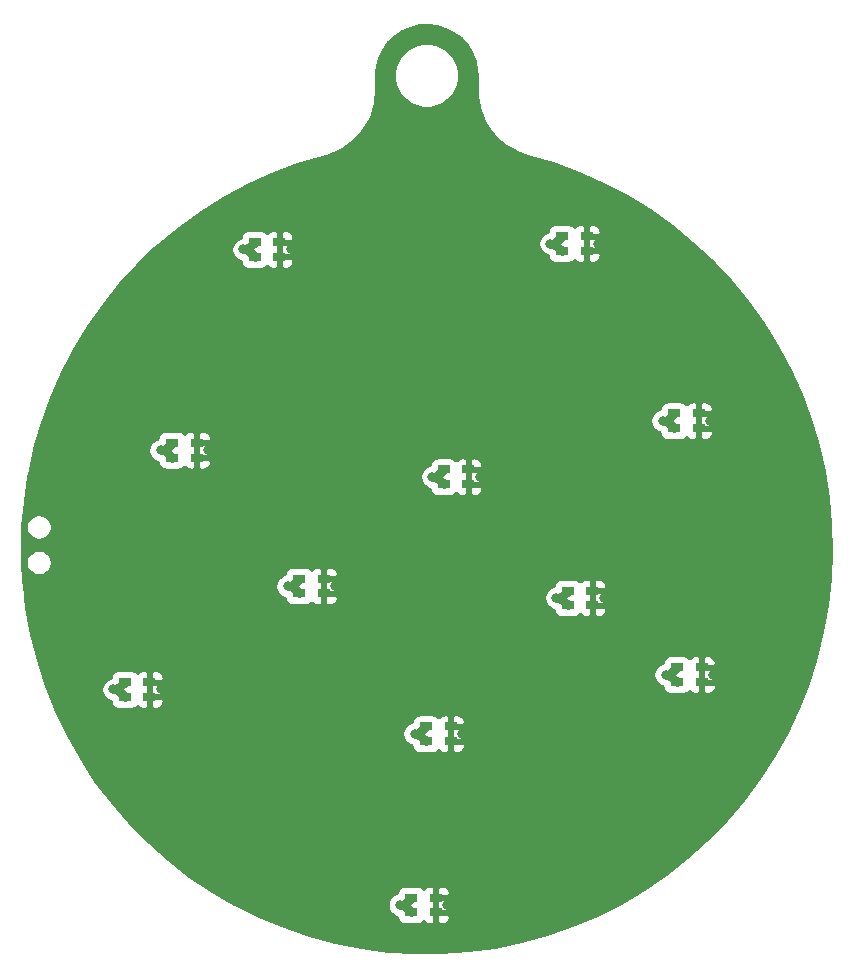
<source format=gbr>
%TF.GenerationSoftware,KiCad,Pcbnew,(5.1.10)-1*%
%TF.CreationDate,2021-12-02T14:30:59+01:00*%
%TF.ProjectId,TVZ_kuglica,54565a5f-6b75-4676-9c69-63612e6b6963,rev?*%
%TF.SameCoordinates,Original*%
%TF.FileFunction,Copper,L1,Top*%
%TF.FilePolarity,Positive*%
%FSLAX46Y46*%
G04 Gerber Fmt 4.6, Leading zero omitted, Abs format (unit mm)*
G04 Created by KiCad (PCBNEW (5.1.10)-1) date 2021-12-02 14:30:59*
%MOMM*%
%LPD*%
G01*
G04 APERTURE LIST*
%TA.AperFunction,SMDPad,CuDef*%
%ADD10R,1.100000X0.750000*%
%TD*%
%TA.AperFunction,ViaPad*%
%ADD11C,0.800000*%
%TD*%
%TA.AperFunction,Conductor*%
%ADD12C,0.762000*%
%TD*%
%TA.AperFunction,Conductor*%
%ADD13C,0.254000*%
%TD*%
%TA.AperFunction,Conductor*%
%ADD14C,0.100000*%
%TD*%
G04 APERTURE END LIST*
D10*
%TO.P,D1,1*%
%TO.N,Net-(D1-Pad1)*%
X115450000Y-91125000D03*
%TO.P,D1,2*%
%TO.N,GND*%
X117550000Y-91125000D03*
%TO.P,D1,1*%
%TO.N,Net-(D1-Pad1)*%
X115450000Y-92375000D03*
%TO.P,D1,2*%
%TO.N,GND*%
X117550000Y-92375000D03*
%TD*%
%TO.P,D2,2*%
%TO.N,GND*%
X124550000Y-75375000D03*
%TO.P,D2,1*%
%TO.N,Net-(D2-Pad1)*%
X122450000Y-75375000D03*
%TO.P,D2,2*%
%TO.N,GND*%
X124550000Y-74125000D03*
%TO.P,D2,1*%
%TO.N,Net-(D2-Pad1)*%
X122450000Y-74125000D03*
%TD*%
%TO.P,D3,1*%
%TO.N,Net-(D3-Pad1)*%
X148450000Y-73625000D03*
%TO.P,D3,2*%
%TO.N,GND*%
X150550000Y-73625000D03*
%TO.P,D3,1*%
%TO.N,Net-(D3-Pad1)*%
X148450000Y-74875000D03*
%TO.P,D3,2*%
%TO.N,GND*%
X150550000Y-74875000D03*
%TD*%
%TO.P,D4,2*%
%TO.N,GND*%
X128300000Y-103875000D03*
%TO.P,D4,1*%
%TO.N,Net-(D4-Pad1)*%
X126200000Y-103875000D03*
%TO.P,D4,2*%
%TO.N,GND*%
X128300000Y-102625000D03*
%TO.P,D4,1*%
%TO.N,Net-(D4-Pad1)*%
X126200000Y-102625000D03*
%TD*%
%TO.P,D5,1*%
%TO.N,Net-(D5-Pad1)*%
X111450000Y-111375000D03*
%TO.P,D5,2*%
%TO.N,GND*%
X113550000Y-111375000D03*
%TO.P,D5,1*%
%TO.N,Net-(D5-Pad1)*%
X111450000Y-112625000D03*
%TO.P,D5,2*%
%TO.N,GND*%
X113550000Y-112625000D03*
%TD*%
%TO.P,D6,2*%
%TO.N,GND*%
X139050000Y-116375000D03*
%TO.P,D6,1*%
%TO.N,Net-(D6-Pad1)*%
X136950000Y-116375000D03*
%TO.P,D6,2*%
%TO.N,GND*%
X139050000Y-115125000D03*
%TO.P,D6,1*%
%TO.N,Net-(D6-Pad1)*%
X136950000Y-115125000D03*
%TD*%
%TO.P,D8,2*%
%TO.N,GND*%
X160300000Y-111375000D03*
%TO.P,D8,1*%
%TO.N,Net-(D8-Pad1)*%
X158200000Y-111375000D03*
%TO.P,D8,2*%
%TO.N,GND*%
X160300000Y-110125000D03*
%TO.P,D8,1*%
%TO.N,Net-(D8-Pad1)*%
X158200000Y-110125000D03*
%TD*%
%TO.P,D9,1*%
%TO.N,Net-(D9-Pad1)*%
X157950000Y-88625000D03*
%TO.P,D9,2*%
%TO.N,GND*%
X160050000Y-88625000D03*
%TO.P,D9,1*%
%TO.N,Net-(D9-Pad1)*%
X157950000Y-89875000D03*
%TO.P,D9,2*%
%TO.N,GND*%
X160050000Y-89875000D03*
%TD*%
%TO.P,D10,2*%
%TO.N,GND*%
X151050000Y-104875000D03*
%TO.P,D10,1*%
%TO.N,Net-(D10-Pad1)*%
X148950000Y-104875000D03*
%TO.P,D10,2*%
%TO.N,GND*%
X151050000Y-103625000D03*
%TO.P,D10,1*%
%TO.N,Net-(D10-Pad1)*%
X148950000Y-103625000D03*
%TD*%
%TO.P,D7,1*%
%TO.N,Net-(D7-Pad1)*%
X135700000Y-129625000D03*
%TO.P,D7,2*%
%TO.N,GND*%
X137800000Y-129625000D03*
%TO.P,D7,1*%
%TO.N,Net-(D7-Pad1)*%
X135700000Y-130875000D03*
%TO.P,D7,2*%
%TO.N,GND*%
X137800000Y-130875000D03*
%TD*%
%TO.P,D11,1*%
%TO.N,Net-(D11-Pad1)*%
X138450000Y-93375000D03*
%TO.P,D11,2*%
%TO.N,GND*%
X140550000Y-93375000D03*
%TO.P,D11,1*%
%TO.N,Net-(D11-Pad1)*%
X138450000Y-94625000D03*
%TO.P,D11,2*%
%TO.N,GND*%
X140550000Y-94625000D03*
%TD*%
D11*
%TO.N,Net-(D1-Pad1)*%
X114500000Y-91750000D03*
%TO.N,GND*%
X118500000Y-91750000D03*
X161000000Y-89250000D03*
X125500000Y-74750000D03*
X151500000Y-74250000D03*
X131750000Y-71750000D03*
X120250000Y-83250000D03*
X126750000Y-91750000D03*
X143250000Y-99750000D03*
X155250000Y-98250000D03*
X166750000Y-104500000D03*
X149250000Y-107750000D03*
X162250000Y-118000000D03*
X139000000Y-112250000D03*
X118250000Y-108000000D03*
X114500000Y-112000000D03*
X109250000Y-118000000D03*
X124500000Y-101000000D03*
X122250000Y-128250000D03*
X135250000Y-132750000D03*
X152000000Y-128500000D03*
X138750000Y-130250000D03*
X140000000Y-115750000D03*
X152000000Y-104250000D03*
X161250000Y-110750000D03*
X129250000Y-103250000D03*
X141500000Y-94000000D03*
%TO.N,Net-(D2-Pad1)*%
X121500000Y-74750000D03*
%TO.N,Net-(D3-Pad1)*%
X147500000Y-74250000D03*
%TO.N,Net-(D4-Pad1)*%
X125250000Y-103250000D03*
%TO.N,Net-(D5-Pad1)*%
X110500000Y-112000000D03*
%TO.N,Net-(D6-Pad1)*%
X136000000Y-115750000D03*
%TO.N,Net-(D7-Pad1)*%
X134750000Y-130250000D03*
%TO.N,Net-(D8-Pad1)*%
X157250000Y-110750000D03*
%TO.N,Net-(D9-Pad1)*%
X157000000Y-89250000D03*
%TO.N,Net-(D10-Pad1)*%
X148000000Y-104250000D03*
%TO.N,Net-(D11-Pad1)*%
X137500000Y-94000000D03*
%TD*%
D12*
%TO.N,Net-(D1-Pad1)*%
X114825000Y-91750000D02*
X115450000Y-91125000D01*
X114825000Y-91750000D02*
X115450000Y-92375000D01*
X114500000Y-91750000D02*
X114825000Y-91750000D01*
%TO.N,Net-(D2-Pad1)*%
X121825000Y-74750000D02*
X122450000Y-74125000D01*
X121825000Y-74750000D02*
X122450000Y-75375000D01*
X121500000Y-74750000D02*
X121825000Y-74750000D01*
%TO.N,Net-(D3-Pad1)*%
X147825000Y-74250000D02*
X148450000Y-73625000D01*
X147825000Y-74250000D02*
X148450000Y-74875000D01*
X147500000Y-74250000D02*
X147825000Y-74250000D01*
%TO.N,Net-(D4-Pad1)*%
X125575000Y-103250000D02*
X126200000Y-102625000D01*
X125575000Y-103250000D02*
X126200000Y-103875000D01*
X125250000Y-103250000D02*
X125575000Y-103250000D01*
%TO.N,Net-(D5-Pad1)*%
X110825000Y-112000000D02*
X111450000Y-111375000D01*
X110825000Y-112000000D02*
X111450000Y-112625000D01*
X110500000Y-112000000D02*
X110825000Y-112000000D01*
%TO.N,Net-(D6-Pad1)*%
X136325000Y-115750000D02*
X136950000Y-115125000D01*
X136325000Y-115750000D02*
X136950000Y-116375000D01*
X136000000Y-115750000D02*
X136325000Y-115750000D01*
%TO.N,Net-(D7-Pad1)*%
X135075000Y-130250000D02*
X135700000Y-129625000D01*
X135075000Y-130250000D02*
X135700000Y-130875000D01*
X134750000Y-130250000D02*
X135075000Y-130250000D01*
%TO.N,Net-(D8-Pad1)*%
X157575000Y-110750000D02*
X158200000Y-110125000D01*
X157575000Y-110750000D02*
X158200000Y-111375000D01*
X157250000Y-110750000D02*
X157575000Y-110750000D01*
%TO.N,Net-(D9-Pad1)*%
X157325000Y-89250000D02*
X157950000Y-88625000D01*
X157325000Y-89250000D02*
X157950000Y-89875000D01*
X157000000Y-89250000D02*
X157325000Y-89250000D01*
%TO.N,Net-(D10-Pad1)*%
X148325000Y-104250000D02*
X148950000Y-103625000D01*
X148325000Y-104250000D02*
X148950000Y-104875000D01*
X148000000Y-104250000D02*
X148325000Y-104250000D01*
%TO.N,Net-(D11-Pad1)*%
X137825000Y-94000000D02*
X138450000Y-93375000D01*
X137825000Y-94000000D02*
X138450000Y-94625000D01*
X137500000Y-94000000D02*
X137825000Y-94000000D01*
%TD*%
D13*
%TO.N,GND*%
X137886138Y-55831059D02*
X138610388Y-56053867D01*
X139283738Y-56401409D01*
X139884901Y-56862699D01*
X140394872Y-57423149D01*
X140797540Y-58065057D01*
X141080170Y-58768122D01*
X141236190Y-59521513D01*
X141265000Y-60021169D01*
X141265001Y-61306272D01*
X141266298Y-61319440D01*
X141278413Y-61656049D01*
X141278863Y-61659632D01*
X141278707Y-61663242D01*
X141287438Y-61747410D01*
X141429908Y-62624862D01*
X141435629Y-62647269D01*
X141438736Y-62670183D01*
X141462234Y-62751474D01*
X141757835Y-63589830D01*
X141767433Y-63610870D01*
X141774549Y-63632871D01*
X141812059Y-63708691D01*
X141812071Y-63708717D01*
X141812077Y-63708725D01*
X142251461Y-64481476D01*
X142264630Y-64500478D01*
X142275533Y-64520879D01*
X142325894Y-64588881D01*
X142895182Y-65271616D01*
X142911512Y-65287990D01*
X142925851Y-65306132D01*
X142987458Y-65364142D01*
X143668651Y-65935276D01*
X143687625Y-65948502D01*
X143704950Y-65963817D01*
X143775855Y-66010000D01*
X144547423Y-66451478D01*
X144568436Y-66461133D01*
X144588200Y-66473139D01*
X144666163Y-66506036D01*
X145503715Y-66803905D01*
X145508021Y-66805017D01*
X145525587Y-66811299D01*
X145542755Y-66816572D01*
X147746053Y-67464098D01*
X149878711Y-68247813D01*
X151954729Y-69171140D01*
X153965017Y-70230036D01*
X155900673Y-71419812D01*
X157753239Y-72735268D01*
X159514561Y-74170616D01*
X161176886Y-75719540D01*
X162732884Y-77375207D01*
X164175738Y-79130360D01*
X165499106Y-80977290D01*
X166697162Y-82907865D01*
X167764630Y-84913581D01*
X168696830Y-86985643D01*
X169489658Y-89114933D01*
X170139624Y-91292080D01*
X170643873Y-93507517D01*
X171000188Y-95751501D01*
X171207004Y-98014175D01*
X171263407Y-100285560D01*
X171169153Y-102555700D01*
X170924654Y-104814605D01*
X170530986Y-107052337D01*
X169989882Y-109259064D01*
X169303718Y-111425077D01*
X168475512Y-113540851D01*
X167508906Y-115597090D01*
X166408155Y-117584736D01*
X165178083Y-119495080D01*
X163824120Y-121319689D01*
X162352204Y-123050560D01*
X160768823Y-124680064D01*
X159080926Y-126201055D01*
X157295931Y-127606843D01*
X155421695Y-128891239D01*
X153466456Y-130048599D01*
X151438820Y-131073832D01*
X149347702Y-131962428D01*
X147202263Y-132710493D01*
X145011999Y-133314718D01*
X142786467Y-133772464D01*
X140535523Y-134081705D01*
X138269022Y-134241089D01*
X135996953Y-134249911D01*
X133729262Y-134108134D01*
X131475992Y-133816385D01*
X129246983Y-133375938D01*
X127052076Y-132788738D01*
X124900917Y-132057366D01*
X122802939Y-131185029D01*
X120767401Y-130175574D01*
X120720087Y-130148061D01*
X133715000Y-130148061D01*
X133715000Y-130351939D01*
X133754774Y-130551898D01*
X133832795Y-130740256D01*
X133946063Y-130909774D01*
X134090226Y-131053937D01*
X134259744Y-131167205D01*
X134448102Y-131245226D01*
X134512724Y-131258080D01*
X134524188Y-131374482D01*
X134560498Y-131494180D01*
X134619463Y-131604494D01*
X134698815Y-131701185D01*
X134795506Y-131780537D01*
X134905820Y-131839502D01*
X135025518Y-131875812D01*
X135150000Y-131888072D01*
X135620375Y-131888072D01*
X135699999Y-131895914D01*
X135779623Y-131888072D01*
X136250000Y-131888072D01*
X136374482Y-131875812D01*
X136494180Y-131839502D01*
X136604494Y-131780537D01*
X136701185Y-131701185D01*
X136750000Y-131641704D01*
X136798815Y-131701185D01*
X136895506Y-131780537D01*
X137005820Y-131839502D01*
X137125518Y-131875812D01*
X137250000Y-131888072D01*
X137514250Y-131885000D01*
X137673000Y-131726250D01*
X137673000Y-131002000D01*
X137927000Y-131002000D01*
X137927000Y-131726250D01*
X138085750Y-131885000D01*
X138350000Y-131888072D01*
X138474482Y-131875812D01*
X138594180Y-131839502D01*
X138704494Y-131780537D01*
X138801185Y-131701185D01*
X138880537Y-131604494D01*
X138939502Y-131494180D01*
X138975812Y-131374482D01*
X138988072Y-131250000D01*
X138985000Y-131160750D01*
X138826250Y-131002000D01*
X137927000Y-131002000D01*
X137673000Y-131002000D01*
X137653000Y-131002000D01*
X137653000Y-130748000D01*
X137673000Y-130748000D01*
X137673000Y-129752000D01*
X137927000Y-129752000D01*
X137927000Y-130748000D01*
X138826250Y-130748000D01*
X138985000Y-130589250D01*
X138988072Y-130500000D01*
X138975812Y-130375518D01*
X138939502Y-130255820D01*
X138936391Y-130250000D01*
X138939502Y-130244180D01*
X138975812Y-130124482D01*
X138988072Y-130000000D01*
X138985000Y-129910750D01*
X138826250Y-129752000D01*
X137927000Y-129752000D01*
X137673000Y-129752000D01*
X137653000Y-129752000D01*
X137653000Y-129498000D01*
X137673000Y-129498000D01*
X137673000Y-128773750D01*
X137927000Y-128773750D01*
X137927000Y-129498000D01*
X138826250Y-129498000D01*
X138985000Y-129339250D01*
X138988072Y-129250000D01*
X138975812Y-129125518D01*
X138939502Y-129005820D01*
X138880537Y-128895506D01*
X138801185Y-128798815D01*
X138704494Y-128719463D01*
X138594180Y-128660498D01*
X138474482Y-128624188D01*
X138350000Y-128611928D01*
X138085750Y-128615000D01*
X137927000Y-128773750D01*
X137673000Y-128773750D01*
X137514250Y-128615000D01*
X137250000Y-128611928D01*
X137125518Y-128624188D01*
X137005820Y-128660498D01*
X136895506Y-128719463D01*
X136798815Y-128798815D01*
X136750000Y-128858296D01*
X136701185Y-128798815D01*
X136604494Y-128719463D01*
X136494180Y-128660498D01*
X136374482Y-128624188D01*
X136250000Y-128611928D01*
X135779623Y-128611928D01*
X135699999Y-128604086D01*
X135620375Y-128611928D01*
X135150000Y-128611928D01*
X135025518Y-128624188D01*
X134905820Y-128660498D01*
X134795506Y-128719463D01*
X134698815Y-128798815D01*
X134619463Y-128895506D01*
X134560498Y-129005820D01*
X134524188Y-129125518D01*
X134512724Y-129241920D01*
X134448102Y-129254774D01*
X134259744Y-129332795D01*
X134090226Y-129446063D01*
X133946063Y-129590226D01*
X133832795Y-129759744D01*
X133754774Y-129948102D01*
X133715000Y-130148061D01*
X120720087Y-130148061D01*
X118803237Y-129033435D01*
X116919085Y-127763634D01*
X115123223Y-126371749D01*
X113423564Y-124863914D01*
X111827572Y-123246751D01*
X110342263Y-121527368D01*
X108974171Y-119713331D01*
X107729304Y-117812605D01*
X106613144Y-115833557D01*
X106524180Y-115648061D01*
X134965000Y-115648061D01*
X134965000Y-115851939D01*
X135004774Y-116051898D01*
X135082795Y-116240256D01*
X135196063Y-116409774D01*
X135340226Y-116553937D01*
X135509744Y-116667205D01*
X135698102Y-116745226D01*
X135762724Y-116758080D01*
X135774188Y-116874482D01*
X135810498Y-116994180D01*
X135869463Y-117104494D01*
X135948815Y-117201185D01*
X136045506Y-117280537D01*
X136155820Y-117339502D01*
X136275518Y-117375812D01*
X136400000Y-117388072D01*
X136870375Y-117388072D01*
X136949999Y-117395914D01*
X137029623Y-117388072D01*
X137500000Y-117388072D01*
X137624482Y-117375812D01*
X137744180Y-117339502D01*
X137854494Y-117280537D01*
X137951185Y-117201185D01*
X138000000Y-117141704D01*
X138048815Y-117201185D01*
X138145506Y-117280537D01*
X138255820Y-117339502D01*
X138375518Y-117375812D01*
X138500000Y-117388072D01*
X138764250Y-117385000D01*
X138923000Y-117226250D01*
X138923000Y-116502000D01*
X139177000Y-116502000D01*
X139177000Y-117226250D01*
X139335750Y-117385000D01*
X139600000Y-117388072D01*
X139724482Y-117375812D01*
X139844180Y-117339502D01*
X139954494Y-117280537D01*
X140051185Y-117201185D01*
X140130537Y-117104494D01*
X140189502Y-116994180D01*
X140225812Y-116874482D01*
X140238072Y-116750000D01*
X140235000Y-116660750D01*
X140076250Y-116502000D01*
X139177000Y-116502000D01*
X138923000Y-116502000D01*
X138903000Y-116502000D01*
X138903000Y-116248000D01*
X138923000Y-116248000D01*
X138923000Y-115252000D01*
X139177000Y-115252000D01*
X139177000Y-116248000D01*
X140076250Y-116248000D01*
X140235000Y-116089250D01*
X140238072Y-116000000D01*
X140225812Y-115875518D01*
X140189502Y-115755820D01*
X140186391Y-115750000D01*
X140189502Y-115744180D01*
X140225812Y-115624482D01*
X140238072Y-115500000D01*
X140235000Y-115410750D01*
X140076250Y-115252000D01*
X139177000Y-115252000D01*
X138923000Y-115252000D01*
X138903000Y-115252000D01*
X138903000Y-114998000D01*
X138923000Y-114998000D01*
X138923000Y-114273750D01*
X139177000Y-114273750D01*
X139177000Y-114998000D01*
X140076250Y-114998000D01*
X140235000Y-114839250D01*
X140238072Y-114750000D01*
X140225812Y-114625518D01*
X140189502Y-114505820D01*
X140130537Y-114395506D01*
X140051185Y-114298815D01*
X139954494Y-114219463D01*
X139844180Y-114160498D01*
X139724482Y-114124188D01*
X139600000Y-114111928D01*
X139335750Y-114115000D01*
X139177000Y-114273750D01*
X138923000Y-114273750D01*
X138764250Y-114115000D01*
X138500000Y-114111928D01*
X138375518Y-114124188D01*
X138255820Y-114160498D01*
X138145506Y-114219463D01*
X138048815Y-114298815D01*
X138000000Y-114358296D01*
X137951185Y-114298815D01*
X137854494Y-114219463D01*
X137744180Y-114160498D01*
X137624482Y-114124188D01*
X137500000Y-114111928D01*
X137029623Y-114111928D01*
X136949999Y-114104086D01*
X136870375Y-114111928D01*
X136400000Y-114111928D01*
X136275518Y-114124188D01*
X136155820Y-114160498D01*
X136045506Y-114219463D01*
X135948815Y-114298815D01*
X135869463Y-114395506D01*
X135810498Y-114505820D01*
X135774188Y-114625518D01*
X135762724Y-114741920D01*
X135698102Y-114754774D01*
X135509744Y-114832795D01*
X135340226Y-114946063D01*
X135196063Y-115090226D01*
X135082795Y-115259744D01*
X135004774Y-115448102D01*
X134965000Y-115648061D01*
X106524180Y-115648061D01*
X105630601Y-113784897D01*
X104875062Y-111898061D01*
X109465000Y-111898061D01*
X109465000Y-112101939D01*
X109504774Y-112301898D01*
X109582795Y-112490256D01*
X109696063Y-112659774D01*
X109840226Y-112803937D01*
X110009744Y-112917205D01*
X110198102Y-112995226D01*
X110262724Y-113008080D01*
X110274188Y-113124482D01*
X110310498Y-113244180D01*
X110369463Y-113354494D01*
X110448815Y-113451185D01*
X110545506Y-113530537D01*
X110655820Y-113589502D01*
X110775518Y-113625812D01*
X110900000Y-113638072D01*
X111370375Y-113638072D01*
X111449999Y-113645914D01*
X111529623Y-113638072D01*
X112000000Y-113638072D01*
X112124482Y-113625812D01*
X112244180Y-113589502D01*
X112354494Y-113530537D01*
X112451185Y-113451185D01*
X112500000Y-113391704D01*
X112548815Y-113451185D01*
X112645506Y-113530537D01*
X112755820Y-113589502D01*
X112875518Y-113625812D01*
X113000000Y-113638072D01*
X113264250Y-113635000D01*
X113423000Y-113476250D01*
X113423000Y-112752000D01*
X113677000Y-112752000D01*
X113677000Y-113476250D01*
X113835750Y-113635000D01*
X114100000Y-113638072D01*
X114224482Y-113625812D01*
X114344180Y-113589502D01*
X114454494Y-113530537D01*
X114551185Y-113451185D01*
X114630537Y-113354494D01*
X114689502Y-113244180D01*
X114725812Y-113124482D01*
X114738072Y-113000000D01*
X114735000Y-112910750D01*
X114576250Y-112752000D01*
X113677000Y-112752000D01*
X113423000Y-112752000D01*
X113403000Y-112752000D01*
X113403000Y-112498000D01*
X113423000Y-112498000D01*
X113423000Y-111502000D01*
X113677000Y-111502000D01*
X113677000Y-112498000D01*
X114576250Y-112498000D01*
X114735000Y-112339250D01*
X114738072Y-112250000D01*
X114725812Y-112125518D01*
X114689502Y-112005820D01*
X114686391Y-112000000D01*
X114689502Y-111994180D01*
X114725812Y-111874482D01*
X114738072Y-111750000D01*
X114735000Y-111660750D01*
X114576250Y-111502000D01*
X113677000Y-111502000D01*
X113423000Y-111502000D01*
X113403000Y-111502000D01*
X113403000Y-111248000D01*
X113423000Y-111248000D01*
X113423000Y-110523750D01*
X113677000Y-110523750D01*
X113677000Y-111248000D01*
X114576250Y-111248000D01*
X114735000Y-111089250D01*
X114738072Y-111000000D01*
X114725812Y-110875518D01*
X114689502Y-110755820D01*
X114631903Y-110648061D01*
X156215000Y-110648061D01*
X156215000Y-110851939D01*
X156254774Y-111051898D01*
X156332795Y-111240256D01*
X156446063Y-111409774D01*
X156590226Y-111553937D01*
X156759744Y-111667205D01*
X156948102Y-111745226D01*
X157012724Y-111758080D01*
X157024188Y-111874482D01*
X157060498Y-111994180D01*
X157119463Y-112104494D01*
X157198815Y-112201185D01*
X157295506Y-112280537D01*
X157405820Y-112339502D01*
X157525518Y-112375812D01*
X157650000Y-112388072D01*
X158120375Y-112388072D01*
X158199999Y-112395914D01*
X158279623Y-112388072D01*
X158750000Y-112388072D01*
X158874482Y-112375812D01*
X158994180Y-112339502D01*
X159104494Y-112280537D01*
X159201185Y-112201185D01*
X159250000Y-112141704D01*
X159298815Y-112201185D01*
X159395506Y-112280537D01*
X159505820Y-112339502D01*
X159625518Y-112375812D01*
X159750000Y-112388072D01*
X160014250Y-112385000D01*
X160173000Y-112226250D01*
X160173000Y-111502000D01*
X160427000Y-111502000D01*
X160427000Y-112226250D01*
X160585750Y-112385000D01*
X160850000Y-112388072D01*
X160974482Y-112375812D01*
X161094180Y-112339502D01*
X161204494Y-112280537D01*
X161301185Y-112201185D01*
X161380537Y-112104494D01*
X161439502Y-111994180D01*
X161475812Y-111874482D01*
X161488072Y-111750000D01*
X161485000Y-111660750D01*
X161326250Y-111502000D01*
X160427000Y-111502000D01*
X160173000Y-111502000D01*
X160153000Y-111502000D01*
X160153000Y-111248000D01*
X160173000Y-111248000D01*
X160173000Y-110252000D01*
X160427000Y-110252000D01*
X160427000Y-111248000D01*
X161326250Y-111248000D01*
X161485000Y-111089250D01*
X161488072Y-111000000D01*
X161475812Y-110875518D01*
X161439502Y-110755820D01*
X161436391Y-110750000D01*
X161439502Y-110744180D01*
X161475812Y-110624482D01*
X161488072Y-110500000D01*
X161485000Y-110410750D01*
X161326250Y-110252000D01*
X160427000Y-110252000D01*
X160173000Y-110252000D01*
X160153000Y-110252000D01*
X160153000Y-109998000D01*
X160173000Y-109998000D01*
X160173000Y-109273750D01*
X160427000Y-109273750D01*
X160427000Y-109998000D01*
X161326250Y-109998000D01*
X161485000Y-109839250D01*
X161488072Y-109750000D01*
X161475812Y-109625518D01*
X161439502Y-109505820D01*
X161380537Y-109395506D01*
X161301185Y-109298815D01*
X161204494Y-109219463D01*
X161094180Y-109160498D01*
X160974482Y-109124188D01*
X160850000Y-109111928D01*
X160585750Y-109115000D01*
X160427000Y-109273750D01*
X160173000Y-109273750D01*
X160014250Y-109115000D01*
X159750000Y-109111928D01*
X159625518Y-109124188D01*
X159505820Y-109160498D01*
X159395506Y-109219463D01*
X159298815Y-109298815D01*
X159250000Y-109358296D01*
X159201185Y-109298815D01*
X159104494Y-109219463D01*
X158994180Y-109160498D01*
X158874482Y-109124188D01*
X158750000Y-109111928D01*
X158279623Y-109111928D01*
X158199999Y-109104086D01*
X158120375Y-109111928D01*
X157650000Y-109111928D01*
X157525518Y-109124188D01*
X157405820Y-109160498D01*
X157295506Y-109219463D01*
X157198815Y-109298815D01*
X157119463Y-109395506D01*
X157060498Y-109505820D01*
X157024188Y-109625518D01*
X157012724Y-109741920D01*
X156948102Y-109754774D01*
X156759744Y-109832795D01*
X156590226Y-109946063D01*
X156446063Y-110090226D01*
X156332795Y-110259744D01*
X156254774Y-110448102D01*
X156215000Y-110648061D01*
X114631903Y-110648061D01*
X114630537Y-110645506D01*
X114551185Y-110548815D01*
X114454494Y-110469463D01*
X114344180Y-110410498D01*
X114224482Y-110374188D01*
X114100000Y-110361928D01*
X113835750Y-110365000D01*
X113677000Y-110523750D01*
X113423000Y-110523750D01*
X113264250Y-110365000D01*
X113000000Y-110361928D01*
X112875518Y-110374188D01*
X112755820Y-110410498D01*
X112645506Y-110469463D01*
X112548815Y-110548815D01*
X112500000Y-110608296D01*
X112451185Y-110548815D01*
X112354494Y-110469463D01*
X112244180Y-110410498D01*
X112124482Y-110374188D01*
X112000000Y-110361928D01*
X111529623Y-110361928D01*
X111449999Y-110354086D01*
X111370375Y-110361928D01*
X110900000Y-110361928D01*
X110775518Y-110374188D01*
X110655820Y-110410498D01*
X110545506Y-110469463D01*
X110448815Y-110548815D01*
X110369463Y-110645506D01*
X110310498Y-110755820D01*
X110274188Y-110875518D01*
X110262724Y-110991920D01*
X110198102Y-111004774D01*
X110009744Y-111082795D01*
X109840226Y-111196063D01*
X109696063Y-111340226D01*
X109582795Y-111509744D01*
X109504774Y-111698102D01*
X109465000Y-111898061D01*
X104875062Y-111898061D01*
X104785986Y-111675609D01*
X104083026Y-109515005D01*
X103524797Y-107312547D01*
X103113763Y-105077935D01*
X102889701Y-103148061D01*
X124215000Y-103148061D01*
X124215000Y-103351939D01*
X124254774Y-103551898D01*
X124332795Y-103740256D01*
X124446063Y-103909774D01*
X124590226Y-104053937D01*
X124759744Y-104167205D01*
X124948102Y-104245226D01*
X125012724Y-104258080D01*
X125024188Y-104374482D01*
X125060498Y-104494180D01*
X125119463Y-104604494D01*
X125198815Y-104701185D01*
X125295506Y-104780537D01*
X125405820Y-104839502D01*
X125525518Y-104875812D01*
X125650000Y-104888072D01*
X126120375Y-104888072D01*
X126199999Y-104895914D01*
X126279623Y-104888072D01*
X126750000Y-104888072D01*
X126874482Y-104875812D01*
X126994180Y-104839502D01*
X127104494Y-104780537D01*
X127201185Y-104701185D01*
X127250000Y-104641704D01*
X127298815Y-104701185D01*
X127395506Y-104780537D01*
X127505820Y-104839502D01*
X127625518Y-104875812D01*
X127750000Y-104888072D01*
X128014250Y-104885000D01*
X128173000Y-104726250D01*
X128173000Y-104002000D01*
X128427000Y-104002000D01*
X128427000Y-104726250D01*
X128585750Y-104885000D01*
X128850000Y-104888072D01*
X128974482Y-104875812D01*
X129094180Y-104839502D01*
X129204494Y-104780537D01*
X129301185Y-104701185D01*
X129380537Y-104604494D01*
X129439502Y-104494180D01*
X129475812Y-104374482D01*
X129488072Y-104250000D01*
X129485000Y-104160750D01*
X129472311Y-104148061D01*
X146965000Y-104148061D01*
X146965000Y-104351939D01*
X147004774Y-104551898D01*
X147082795Y-104740256D01*
X147196063Y-104909774D01*
X147340226Y-105053937D01*
X147509744Y-105167205D01*
X147698102Y-105245226D01*
X147762724Y-105258080D01*
X147774188Y-105374482D01*
X147810498Y-105494180D01*
X147869463Y-105604494D01*
X147948815Y-105701185D01*
X148045506Y-105780537D01*
X148155820Y-105839502D01*
X148275518Y-105875812D01*
X148400000Y-105888072D01*
X148870375Y-105888072D01*
X148949999Y-105895914D01*
X149029623Y-105888072D01*
X149500000Y-105888072D01*
X149624482Y-105875812D01*
X149744180Y-105839502D01*
X149854494Y-105780537D01*
X149951185Y-105701185D01*
X150000000Y-105641704D01*
X150048815Y-105701185D01*
X150145506Y-105780537D01*
X150255820Y-105839502D01*
X150375518Y-105875812D01*
X150500000Y-105888072D01*
X150764250Y-105885000D01*
X150923000Y-105726250D01*
X150923000Y-105002000D01*
X151177000Y-105002000D01*
X151177000Y-105726250D01*
X151335750Y-105885000D01*
X151600000Y-105888072D01*
X151724482Y-105875812D01*
X151844180Y-105839502D01*
X151954494Y-105780537D01*
X152051185Y-105701185D01*
X152130537Y-105604494D01*
X152189502Y-105494180D01*
X152225812Y-105374482D01*
X152238072Y-105250000D01*
X152235000Y-105160750D01*
X152076250Y-105002000D01*
X151177000Y-105002000D01*
X150923000Y-105002000D01*
X150903000Y-105002000D01*
X150903000Y-104748000D01*
X150923000Y-104748000D01*
X150923000Y-103752000D01*
X151177000Y-103752000D01*
X151177000Y-104748000D01*
X152076250Y-104748000D01*
X152235000Y-104589250D01*
X152238072Y-104500000D01*
X152225812Y-104375518D01*
X152189502Y-104255820D01*
X152186391Y-104250000D01*
X152189502Y-104244180D01*
X152225812Y-104124482D01*
X152238072Y-104000000D01*
X152235000Y-103910750D01*
X152076250Y-103752000D01*
X151177000Y-103752000D01*
X150923000Y-103752000D01*
X150903000Y-103752000D01*
X150903000Y-103498000D01*
X150923000Y-103498000D01*
X150923000Y-102773750D01*
X151177000Y-102773750D01*
X151177000Y-103498000D01*
X152076250Y-103498000D01*
X152235000Y-103339250D01*
X152238072Y-103250000D01*
X152225812Y-103125518D01*
X152189502Y-103005820D01*
X152130537Y-102895506D01*
X152051185Y-102798815D01*
X151954494Y-102719463D01*
X151844180Y-102660498D01*
X151724482Y-102624188D01*
X151600000Y-102611928D01*
X151335750Y-102615000D01*
X151177000Y-102773750D01*
X150923000Y-102773750D01*
X150764250Y-102615000D01*
X150500000Y-102611928D01*
X150375518Y-102624188D01*
X150255820Y-102660498D01*
X150145506Y-102719463D01*
X150048815Y-102798815D01*
X150000000Y-102858296D01*
X149951185Y-102798815D01*
X149854494Y-102719463D01*
X149744180Y-102660498D01*
X149624482Y-102624188D01*
X149500000Y-102611928D01*
X149029623Y-102611928D01*
X148949999Y-102604086D01*
X148870375Y-102611928D01*
X148400000Y-102611928D01*
X148275518Y-102624188D01*
X148155820Y-102660498D01*
X148045506Y-102719463D01*
X147948815Y-102798815D01*
X147869463Y-102895506D01*
X147810498Y-103005820D01*
X147774188Y-103125518D01*
X147762724Y-103241920D01*
X147698102Y-103254774D01*
X147509744Y-103332795D01*
X147340226Y-103446063D01*
X147196063Y-103590226D01*
X147082795Y-103759744D01*
X147004774Y-103948102D01*
X146965000Y-104148061D01*
X129472311Y-104148061D01*
X129326250Y-104002000D01*
X128427000Y-104002000D01*
X128173000Y-104002000D01*
X128153000Y-104002000D01*
X128153000Y-103748000D01*
X128173000Y-103748000D01*
X128173000Y-102752000D01*
X128427000Y-102752000D01*
X128427000Y-103748000D01*
X129326250Y-103748000D01*
X129485000Y-103589250D01*
X129488072Y-103500000D01*
X129475812Y-103375518D01*
X129439502Y-103255820D01*
X129436391Y-103250000D01*
X129439502Y-103244180D01*
X129475812Y-103124482D01*
X129488072Y-103000000D01*
X129485000Y-102910750D01*
X129326250Y-102752000D01*
X128427000Y-102752000D01*
X128173000Y-102752000D01*
X128153000Y-102752000D01*
X128153000Y-102498000D01*
X128173000Y-102498000D01*
X128173000Y-101773750D01*
X128427000Y-101773750D01*
X128427000Y-102498000D01*
X129326250Y-102498000D01*
X129485000Y-102339250D01*
X129488072Y-102250000D01*
X129475812Y-102125518D01*
X129439502Y-102005820D01*
X129380537Y-101895506D01*
X129301185Y-101798815D01*
X129204494Y-101719463D01*
X129094180Y-101660498D01*
X128974482Y-101624188D01*
X128850000Y-101611928D01*
X128585750Y-101615000D01*
X128427000Y-101773750D01*
X128173000Y-101773750D01*
X128014250Y-101615000D01*
X127750000Y-101611928D01*
X127625518Y-101624188D01*
X127505820Y-101660498D01*
X127395506Y-101719463D01*
X127298815Y-101798815D01*
X127250000Y-101858296D01*
X127201185Y-101798815D01*
X127104494Y-101719463D01*
X126994180Y-101660498D01*
X126874482Y-101624188D01*
X126750000Y-101611928D01*
X126279623Y-101611928D01*
X126199999Y-101604086D01*
X126120375Y-101611928D01*
X125650000Y-101611928D01*
X125525518Y-101624188D01*
X125405820Y-101660498D01*
X125295506Y-101719463D01*
X125198815Y-101798815D01*
X125119463Y-101895506D01*
X125060498Y-102005820D01*
X125024188Y-102125518D01*
X125012724Y-102241920D01*
X124948102Y-102254774D01*
X124759744Y-102332795D01*
X124590226Y-102446063D01*
X124446063Y-102590226D01*
X124332795Y-102759744D01*
X124254774Y-102948102D01*
X124215000Y-103148061D01*
X102889701Y-103148061D01*
X102851726Y-102820985D01*
X102769006Y-101143137D01*
X103085000Y-101143137D01*
X103085000Y-101356863D01*
X103126696Y-101566483D01*
X103208485Y-101763940D01*
X103327225Y-101941647D01*
X103478353Y-102092775D01*
X103656060Y-102211515D01*
X103853517Y-102293304D01*
X104063137Y-102335000D01*
X104276863Y-102335000D01*
X104486483Y-102293304D01*
X104683940Y-102211515D01*
X104861647Y-102092775D01*
X105012775Y-101941647D01*
X105131515Y-101763940D01*
X105213304Y-101566483D01*
X105255000Y-101356863D01*
X105255000Y-101143137D01*
X105213304Y-100933517D01*
X105131515Y-100736060D01*
X105012775Y-100558353D01*
X104861647Y-100407225D01*
X104683940Y-100288485D01*
X104486483Y-100206696D01*
X104276863Y-100165000D01*
X104063137Y-100165000D01*
X103853517Y-100206696D01*
X103656060Y-100288485D01*
X103478353Y-100407225D01*
X103327225Y-100558353D01*
X103208485Y-100736060D01*
X103126696Y-100933517D01*
X103085000Y-101143137D01*
X102769006Y-101143137D01*
X102739845Y-100551658D01*
X102778607Y-98279882D01*
X102790035Y-98143137D01*
X103085000Y-98143137D01*
X103085000Y-98356863D01*
X103126696Y-98566483D01*
X103208485Y-98763940D01*
X103327225Y-98941647D01*
X103478353Y-99092775D01*
X103656060Y-99211515D01*
X103853517Y-99293304D01*
X104063137Y-99335000D01*
X104276863Y-99335000D01*
X104486483Y-99293304D01*
X104683940Y-99211515D01*
X104861647Y-99092775D01*
X105012775Y-98941647D01*
X105131515Y-98763940D01*
X105213304Y-98566483D01*
X105255000Y-98356863D01*
X105255000Y-98143137D01*
X105213304Y-97933517D01*
X105131515Y-97736060D01*
X105012775Y-97558353D01*
X104861647Y-97407225D01*
X104683940Y-97288485D01*
X104486483Y-97206696D01*
X104276863Y-97165000D01*
X104063137Y-97165000D01*
X103853517Y-97206696D01*
X103656060Y-97288485D01*
X103478353Y-97407225D01*
X103327225Y-97558353D01*
X103208485Y-97736060D01*
X103126696Y-97933517D01*
X103085000Y-98143137D01*
X102790035Y-98143137D01*
X102967842Y-96015687D01*
X103287252Y-93898061D01*
X136465000Y-93898061D01*
X136465000Y-94101939D01*
X136504774Y-94301898D01*
X136582795Y-94490256D01*
X136696063Y-94659774D01*
X136840226Y-94803937D01*
X137009744Y-94917205D01*
X137198102Y-94995226D01*
X137262724Y-95008080D01*
X137274188Y-95124482D01*
X137310498Y-95244180D01*
X137369463Y-95354494D01*
X137448815Y-95451185D01*
X137545506Y-95530537D01*
X137655820Y-95589502D01*
X137775518Y-95625812D01*
X137900000Y-95638072D01*
X138370375Y-95638072D01*
X138449999Y-95645914D01*
X138529623Y-95638072D01*
X139000000Y-95638072D01*
X139124482Y-95625812D01*
X139244180Y-95589502D01*
X139354494Y-95530537D01*
X139451185Y-95451185D01*
X139500000Y-95391704D01*
X139548815Y-95451185D01*
X139645506Y-95530537D01*
X139755820Y-95589502D01*
X139875518Y-95625812D01*
X140000000Y-95638072D01*
X140264250Y-95635000D01*
X140423000Y-95476250D01*
X140423000Y-94752000D01*
X140677000Y-94752000D01*
X140677000Y-95476250D01*
X140835750Y-95635000D01*
X141100000Y-95638072D01*
X141224482Y-95625812D01*
X141344180Y-95589502D01*
X141454494Y-95530537D01*
X141551185Y-95451185D01*
X141630537Y-95354494D01*
X141689502Y-95244180D01*
X141725812Y-95124482D01*
X141738072Y-95000000D01*
X141735000Y-94910750D01*
X141576250Y-94752000D01*
X140677000Y-94752000D01*
X140423000Y-94752000D01*
X140403000Y-94752000D01*
X140403000Y-94498000D01*
X140423000Y-94498000D01*
X140423000Y-93502000D01*
X140677000Y-93502000D01*
X140677000Y-94498000D01*
X141576250Y-94498000D01*
X141735000Y-94339250D01*
X141738072Y-94250000D01*
X141725812Y-94125518D01*
X141689502Y-94005820D01*
X141686391Y-94000000D01*
X141689502Y-93994180D01*
X141725812Y-93874482D01*
X141738072Y-93750000D01*
X141735000Y-93660750D01*
X141576250Y-93502000D01*
X140677000Y-93502000D01*
X140423000Y-93502000D01*
X140403000Y-93502000D01*
X140403000Y-93248000D01*
X140423000Y-93248000D01*
X140423000Y-92523750D01*
X140677000Y-92523750D01*
X140677000Y-93248000D01*
X141576250Y-93248000D01*
X141735000Y-93089250D01*
X141738072Y-93000000D01*
X141725812Y-92875518D01*
X141689502Y-92755820D01*
X141630537Y-92645506D01*
X141551185Y-92548815D01*
X141454494Y-92469463D01*
X141344180Y-92410498D01*
X141224482Y-92374188D01*
X141100000Y-92361928D01*
X140835750Y-92365000D01*
X140677000Y-92523750D01*
X140423000Y-92523750D01*
X140264250Y-92365000D01*
X140000000Y-92361928D01*
X139875518Y-92374188D01*
X139755820Y-92410498D01*
X139645506Y-92469463D01*
X139548815Y-92548815D01*
X139500000Y-92608296D01*
X139451185Y-92548815D01*
X139354494Y-92469463D01*
X139244180Y-92410498D01*
X139124482Y-92374188D01*
X139000000Y-92361928D01*
X138529623Y-92361928D01*
X138449999Y-92354086D01*
X138370375Y-92361928D01*
X137900000Y-92361928D01*
X137775518Y-92374188D01*
X137655820Y-92410498D01*
X137545506Y-92469463D01*
X137448815Y-92548815D01*
X137369463Y-92645506D01*
X137310498Y-92755820D01*
X137274188Y-92875518D01*
X137262724Y-92991920D01*
X137198102Y-93004774D01*
X137009744Y-93082795D01*
X136840226Y-93196063D01*
X136696063Y-93340226D01*
X136582795Y-93509744D01*
X136504774Y-93698102D01*
X136465000Y-93898061D01*
X103287252Y-93898061D01*
X103306719Y-93768999D01*
X103772164Y-91648061D01*
X113465000Y-91648061D01*
X113465000Y-91851939D01*
X113504774Y-92051898D01*
X113582795Y-92240256D01*
X113696063Y-92409774D01*
X113840226Y-92553937D01*
X114009744Y-92667205D01*
X114198102Y-92745226D01*
X114262724Y-92758080D01*
X114274188Y-92874482D01*
X114310498Y-92994180D01*
X114369463Y-93104494D01*
X114448815Y-93201185D01*
X114545506Y-93280537D01*
X114655820Y-93339502D01*
X114775518Y-93375812D01*
X114900000Y-93388072D01*
X115370375Y-93388072D01*
X115449999Y-93395914D01*
X115529623Y-93388072D01*
X116000000Y-93388072D01*
X116124482Y-93375812D01*
X116244180Y-93339502D01*
X116354494Y-93280537D01*
X116451185Y-93201185D01*
X116500000Y-93141704D01*
X116548815Y-93201185D01*
X116645506Y-93280537D01*
X116755820Y-93339502D01*
X116875518Y-93375812D01*
X117000000Y-93388072D01*
X117264250Y-93385000D01*
X117423000Y-93226250D01*
X117423000Y-92502000D01*
X117677000Y-92502000D01*
X117677000Y-93226250D01*
X117835750Y-93385000D01*
X118100000Y-93388072D01*
X118224482Y-93375812D01*
X118344180Y-93339502D01*
X118454494Y-93280537D01*
X118551185Y-93201185D01*
X118630537Y-93104494D01*
X118689502Y-92994180D01*
X118725812Y-92874482D01*
X118738072Y-92750000D01*
X118735000Y-92660750D01*
X118576250Y-92502000D01*
X117677000Y-92502000D01*
X117423000Y-92502000D01*
X117403000Y-92502000D01*
X117403000Y-92248000D01*
X117423000Y-92248000D01*
X117423000Y-91252000D01*
X117677000Y-91252000D01*
X117677000Y-92248000D01*
X118576250Y-92248000D01*
X118735000Y-92089250D01*
X118738072Y-92000000D01*
X118725812Y-91875518D01*
X118689502Y-91755820D01*
X118686391Y-91750000D01*
X118689502Y-91744180D01*
X118725812Y-91624482D01*
X118738072Y-91500000D01*
X118735000Y-91410750D01*
X118576250Y-91252000D01*
X117677000Y-91252000D01*
X117423000Y-91252000D01*
X117403000Y-91252000D01*
X117403000Y-90998000D01*
X117423000Y-90998000D01*
X117423000Y-90273750D01*
X117677000Y-90273750D01*
X117677000Y-90998000D01*
X118576250Y-90998000D01*
X118735000Y-90839250D01*
X118738072Y-90750000D01*
X118725812Y-90625518D01*
X118689502Y-90505820D01*
X118630537Y-90395506D01*
X118551185Y-90298815D01*
X118454494Y-90219463D01*
X118344180Y-90160498D01*
X118224482Y-90124188D01*
X118100000Y-90111928D01*
X117835750Y-90115000D01*
X117677000Y-90273750D01*
X117423000Y-90273750D01*
X117264250Y-90115000D01*
X117000000Y-90111928D01*
X116875518Y-90124188D01*
X116755820Y-90160498D01*
X116645506Y-90219463D01*
X116548815Y-90298815D01*
X116500000Y-90358296D01*
X116451185Y-90298815D01*
X116354494Y-90219463D01*
X116244180Y-90160498D01*
X116124482Y-90124188D01*
X116000000Y-90111928D01*
X115529623Y-90111928D01*
X115449999Y-90104086D01*
X115370375Y-90111928D01*
X114900000Y-90111928D01*
X114775518Y-90124188D01*
X114655820Y-90160498D01*
X114545506Y-90219463D01*
X114448815Y-90298815D01*
X114369463Y-90395506D01*
X114310498Y-90505820D01*
X114274188Y-90625518D01*
X114262724Y-90741920D01*
X114198102Y-90754774D01*
X114009744Y-90832795D01*
X113840226Y-90946063D01*
X113696063Y-91090226D01*
X113582795Y-91259744D01*
X113504774Y-91448102D01*
X113465000Y-91648061D01*
X103772164Y-91648061D01*
X103793749Y-91549706D01*
X104426782Y-89367594D01*
X104506587Y-89148061D01*
X155965000Y-89148061D01*
X155965000Y-89351939D01*
X156004774Y-89551898D01*
X156082795Y-89740256D01*
X156196063Y-89909774D01*
X156340226Y-90053937D01*
X156509744Y-90167205D01*
X156698102Y-90245226D01*
X156762724Y-90258080D01*
X156774188Y-90374482D01*
X156810498Y-90494180D01*
X156869463Y-90604494D01*
X156948815Y-90701185D01*
X157045506Y-90780537D01*
X157155820Y-90839502D01*
X157275518Y-90875812D01*
X157400000Y-90888072D01*
X157870375Y-90888072D01*
X157949999Y-90895914D01*
X158029623Y-90888072D01*
X158500000Y-90888072D01*
X158624482Y-90875812D01*
X158744180Y-90839502D01*
X158854494Y-90780537D01*
X158951185Y-90701185D01*
X159000000Y-90641704D01*
X159048815Y-90701185D01*
X159145506Y-90780537D01*
X159255820Y-90839502D01*
X159375518Y-90875812D01*
X159500000Y-90888072D01*
X159764250Y-90885000D01*
X159923000Y-90726250D01*
X159923000Y-90002000D01*
X160177000Y-90002000D01*
X160177000Y-90726250D01*
X160335750Y-90885000D01*
X160600000Y-90888072D01*
X160724482Y-90875812D01*
X160844180Y-90839502D01*
X160954494Y-90780537D01*
X161051185Y-90701185D01*
X161130537Y-90604494D01*
X161189502Y-90494180D01*
X161225812Y-90374482D01*
X161238072Y-90250000D01*
X161235000Y-90160750D01*
X161076250Y-90002000D01*
X160177000Y-90002000D01*
X159923000Y-90002000D01*
X159903000Y-90002000D01*
X159903000Y-89748000D01*
X159923000Y-89748000D01*
X159923000Y-88752000D01*
X160177000Y-88752000D01*
X160177000Y-89748000D01*
X161076250Y-89748000D01*
X161235000Y-89589250D01*
X161238072Y-89500000D01*
X161225812Y-89375518D01*
X161189502Y-89255820D01*
X161186391Y-89250000D01*
X161189502Y-89244180D01*
X161225812Y-89124482D01*
X161238072Y-89000000D01*
X161235000Y-88910750D01*
X161076250Y-88752000D01*
X160177000Y-88752000D01*
X159923000Y-88752000D01*
X159903000Y-88752000D01*
X159903000Y-88498000D01*
X159923000Y-88498000D01*
X159923000Y-87773750D01*
X160177000Y-87773750D01*
X160177000Y-88498000D01*
X161076250Y-88498000D01*
X161235000Y-88339250D01*
X161238072Y-88250000D01*
X161225812Y-88125518D01*
X161189502Y-88005820D01*
X161130537Y-87895506D01*
X161051185Y-87798815D01*
X160954494Y-87719463D01*
X160844180Y-87660498D01*
X160724482Y-87624188D01*
X160600000Y-87611928D01*
X160335750Y-87615000D01*
X160177000Y-87773750D01*
X159923000Y-87773750D01*
X159764250Y-87615000D01*
X159500000Y-87611928D01*
X159375518Y-87624188D01*
X159255820Y-87660498D01*
X159145506Y-87719463D01*
X159048815Y-87798815D01*
X159000000Y-87858296D01*
X158951185Y-87798815D01*
X158854494Y-87719463D01*
X158744180Y-87660498D01*
X158624482Y-87624188D01*
X158500000Y-87611928D01*
X158029623Y-87611928D01*
X157949999Y-87604086D01*
X157870375Y-87611928D01*
X157400000Y-87611928D01*
X157275518Y-87624188D01*
X157155820Y-87660498D01*
X157045506Y-87719463D01*
X156948815Y-87798815D01*
X156869463Y-87895506D01*
X156810498Y-88005820D01*
X156774188Y-88125518D01*
X156762724Y-88241920D01*
X156698102Y-88254774D01*
X156509744Y-88332795D01*
X156340226Y-88446063D01*
X156196063Y-88590226D01*
X156082795Y-88759744D01*
X156004774Y-88948102D01*
X155965000Y-89148061D01*
X104506587Y-89148061D01*
X105203052Y-87232203D01*
X106119133Y-85152960D01*
X107170992Y-83139015D01*
X108354015Y-81199200D01*
X109663000Y-79342048D01*
X111092189Y-77575730D01*
X112635284Y-75908027D01*
X113966613Y-74648061D01*
X120465000Y-74648061D01*
X120465000Y-74851939D01*
X120504774Y-75051898D01*
X120582795Y-75240256D01*
X120696063Y-75409774D01*
X120840226Y-75553937D01*
X121009744Y-75667205D01*
X121198102Y-75745226D01*
X121262724Y-75758080D01*
X121274188Y-75874482D01*
X121310498Y-75994180D01*
X121369463Y-76104494D01*
X121448815Y-76201185D01*
X121545506Y-76280537D01*
X121655820Y-76339502D01*
X121775518Y-76375812D01*
X121900000Y-76388072D01*
X122370375Y-76388072D01*
X122449999Y-76395914D01*
X122529623Y-76388072D01*
X123000000Y-76388072D01*
X123124482Y-76375812D01*
X123244180Y-76339502D01*
X123354494Y-76280537D01*
X123451185Y-76201185D01*
X123500000Y-76141704D01*
X123548815Y-76201185D01*
X123645506Y-76280537D01*
X123755820Y-76339502D01*
X123875518Y-76375812D01*
X124000000Y-76388072D01*
X124264250Y-76385000D01*
X124423000Y-76226250D01*
X124423000Y-75502000D01*
X124677000Y-75502000D01*
X124677000Y-76226250D01*
X124835750Y-76385000D01*
X125100000Y-76388072D01*
X125224482Y-76375812D01*
X125344180Y-76339502D01*
X125454494Y-76280537D01*
X125551185Y-76201185D01*
X125630537Y-76104494D01*
X125689502Y-75994180D01*
X125725812Y-75874482D01*
X125738072Y-75750000D01*
X125735000Y-75660750D01*
X125576250Y-75502000D01*
X124677000Y-75502000D01*
X124423000Y-75502000D01*
X124403000Y-75502000D01*
X124403000Y-75248000D01*
X124423000Y-75248000D01*
X124423000Y-74252000D01*
X124677000Y-74252000D01*
X124677000Y-75248000D01*
X125576250Y-75248000D01*
X125735000Y-75089250D01*
X125738072Y-75000000D01*
X125725812Y-74875518D01*
X125689502Y-74755820D01*
X125686391Y-74750000D01*
X125689502Y-74744180D01*
X125725812Y-74624482D01*
X125738072Y-74500000D01*
X125735000Y-74410750D01*
X125576250Y-74252000D01*
X124677000Y-74252000D01*
X124423000Y-74252000D01*
X124403000Y-74252000D01*
X124403000Y-74148061D01*
X146465000Y-74148061D01*
X146465000Y-74351939D01*
X146504774Y-74551898D01*
X146582795Y-74740256D01*
X146696063Y-74909774D01*
X146840226Y-75053937D01*
X147009744Y-75167205D01*
X147198102Y-75245226D01*
X147262724Y-75258080D01*
X147274188Y-75374482D01*
X147310498Y-75494180D01*
X147369463Y-75604494D01*
X147448815Y-75701185D01*
X147545506Y-75780537D01*
X147655820Y-75839502D01*
X147775518Y-75875812D01*
X147900000Y-75888072D01*
X148370375Y-75888072D01*
X148449999Y-75895914D01*
X148529623Y-75888072D01*
X149000000Y-75888072D01*
X149124482Y-75875812D01*
X149244180Y-75839502D01*
X149354494Y-75780537D01*
X149451185Y-75701185D01*
X149500000Y-75641704D01*
X149548815Y-75701185D01*
X149645506Y-75780537D01*
X149755820Y-75839502D01*
X149875518Y-75875812D01*
X150000000Y-75888072D01*
X150264250Y-75885000D01*
X150423000Y-75726250D01*
X150423000Y-75002000D01*
X150677000Y-75002000D01*
X150677000Y-75726250D01*
X150835750Y-75885000D01*
X151100000Y-75888072D01*
X151224482Y-75875812D01*
X151344180Y-75839502D01*
X151454494Y-75780537D01*
X151551185Y-75701185D01*
X151630537Y-75604494D01*
X151689502Y-75494180D01*
X151725812Y-75374482D01*
X151738072Y-75250000D01*
X151735000Y-75160750D01*
X151576250Y-75002000D01*
X150677000Y-75002000D01*
X150423000Y-75002000D01*
X150403000Y-75002000D01*
X150403000Y-74748000D01*
X150423000Y-74748000D01*
X150423000Y-73752000D01*
X150677000Y-73752000D01*
X150677000Y-74748000D01*
X151576250Y-74748000D01*
X151735000Y-74589250D01*
X151738072Y-74500000D01*
X151725812Y-74375518D01*
X151689502Y-74255820D01*
X151686391Y-74250000D01*
X151689502Y-74244180D01*
X151725812Y-74124482D01*
X151738072Y-74000000D01*
X151735000Y-73910750D01*
X151576250Y-73752000D01*
X150677000Y-73752000D01*
X150423000Y-73752000D01*
X150403000Y-73752000D01*
X150403000Y-73498000D01*
X150423000Y-73498000D01*
X150423000Y-72773750D01*
X150677000Y-72773750D01*
X150677000Y-73498000D01*
X151576250Y-73498000D01*
X151735000Y-73339250D01*
X151738072Y-73250000D01*
X151725812Y-73125518D01*
X151689502Y-73005820D01*
X151630537Y-72895506D01*
X151551185Y-72798815D01*
X151454494Y-72719463D01*
X151344180Y-72660498D01*
X151224482Y-72624188D01*
X151100000Y-72611928D01*
X150835750Y-72615000D01*
X150677000Y-72773750D01*
X150423000Y-72773750D01*
X150264250Y-72615000D01*
X150000000Y-72611928D01*
X149875518Y-72624188D01*
X149755820Y-72660498D01*
X149645506Y-72719463D01*
X149548815Y-72798815D01*
X149500000Y-72858296D01*
X149451185Y-72798815D01*
X149354494Y-72719463D01*
X149244180Y-72660498D01*
X149124482Y-72624188D01*
X149000000Y-72611928D01*
X148529623Y-72611928D01*
X148449999Y-72604086D01*
X148370375Y-72611928D01*
X147900000Y-72611928D01*
X147775518Y-72624188D01*
X147655820Y-72660498D01*
X147545506Y-72719463D01*
X147448815Y-72798815D01*
X147369463Y-72895506D01*
X147310498Y-73005820D01*
X147274188Y-73125518D01*
X147262724Y-73241920D01*
X147198102Y-73254774D01*
X147009744Y-73332795D01*
X146840226Y-73446063D01*
X146696063Y-73590226D01*
X146582795Y-73759744D01*
X146504774Y-73948102D01*
X146465000Y-74148061D01*
X124403000Y-74148061D01*
X124403000Y-73998000D01*
X124423000Y-73998000D01*
X124423000Y-73273750D01*
X124677000Y-73273750D01*
X124677000Y-73998000D01*
X125576250Y-73998000D01*
X125735000Y-73839250D01*
X125738072Y-73750000D01*
X125725812Y-73625518D01*
X125689502Y-73505820D01*
X125630537Y-73395506D01*
X125551185Y-73298815D01*
X125454494Y-73219463D01*
X125344180Y-73160498D01*
X125224482Y-73124188D01*
X125100000Y-73111928D01*
X124835750Y-73115000D01*
X124677000Y-73273750D01*
X124423000Y-73273750D01*
X124264250Y-73115000D01*
X124000000Y-73111928D01*
X123875518Y-73124188D01*
X123755820Y-73160498D01*
X123645506Y-73219463D01*
X123548815Y-73298815D01*
X123500000Y-73358296D01*
X123451185Y-73298815D01*
X123354494Y-73219463D01*
X123244180Y-73160498D01*
X123124482Y-73124188D01*
X123000000Y-73111928D01*
X122529623Y-73111928D01*
X122449999Y-73104086D01*
X122370375Y-73111928D01*
X121900000Y-73111928D01*
X121775518Y-73124188D01*
X121655820Y-73160498D01*
X121545506Y-73219463D01*
X121448815Y-73298815D01*
X121369463Y-73395506D01*
X121310498Y-73505820D01*
X121274188Y-73625518D01*
X121262724Y-73741920D01*
X121198102Y-73754774D01*
X121009744Y-73832795D01*
X120840226Y-73946063D01*
X120696063Y-74090226D01*
X120582795Y-74259744D01*
X120504774Y-74448102D01*
X120465000Y-74648061D01*
X113966613Y-74648061D01*
X114285522Y-74346247D01*
X116035631Y-72897273D01*
X117877934Y-71567463D01*
X119804304Y-70362683D01*
X121806298Y-69288211D01*
X123875077Y-68348792D01*
X126001593Y-67548534D01*
X128186747Y-66887862D01*
X128436510Y-66822338D01*
X128452528Y-66817563D01*
X128459226Y-66815987D01*
X128804024Y-66713600D01*
X128807380Y-66712269D01*
X128810916Y-66711517D01*
X128890228Y-66682021D01*
X129704199Y-66324712D01*
X129724464Y-66313571D01*
X129745874Y-66304834D01*
X129818696Y-66261767D01*
X129818710Y-66261759D01*
X129818715Y-66261755D01*
X130556543Y-65765956D01*
X130574511Y-65751406D01*
X130594041Y-65739012D01*
X130658097Y-65683720D01*
X131296470Y-65065093D01*
X131311582Y-65047586D01*
X131328603Y-65031934D01*
X131381840Y-64966192D01*
X131381856Y-64966173D01*
X131381861Y-64966165D01*
X131900590Y-64244277D01*
X131912363Y-64224370D01*
X131926343Y-64205952D01*
X131967109Y-64131800D01*
X132349809Y-63329453D01*
X132357869Y-63307780D01*
X132368369Y-63287173D01*
X132395359Y-63206974D01*
X132629927Y-62349538D01*
X132634022Y-62326778D01*
X132640706Y-62304640D01*
X132653067Y-62220928D01*
X132731782Y-61338949D01*
X132735000Y-61306272D01*
X132735000Y-60032731D01*
X132762021Y-59729963D01*
X134258266Y-59729963D01*
X134258266Y-60270037D01*
X134363629Y-60799734D01*
X134570307Y-61298698D01*
X134870356Y-61747753D01*
X135252247Y-62129644D01*
X135701302Y-62429693D01*
X136200266Y-62636371D01*
X136729963Y-62741734D01*
X137270037Y-62741734D01*
X137799734Y-62636371D01*
X138298698Y-62429693D01*
X138747753Y-62129644D01*
X139129644Y-61747753D01*
X139429693Y-61298698D01*
X139636371Y-60799734D01*
X139741734Y-60270037D01*
X139741734Y-59729963D01*
X139636371Y-59200266D01*
X139429693Y-58701302D01*
X139129644Y-58252247D01*
X138747753Y-57870356D01*
X138298698Y-57570307D01*
X137799734Y-57363629D01*
X137270037Y-57258266D01*
X136729963Y-57258266D01*
X136200266Y-57363629D01*
X135701302Y-57570307D01*
X135252247Y-57870356D01*
X134870356Y-58252247D01*
X134570307Y-58701302D01*
X134363629Y-59200266D01*
X134258266Y-59729963D01*
X132762021Y-59729963D01*
X132805281Y-59245253D01*
X133005231Y-58514357D01*
X133331450Y-57830425D01*
X133773626Y-57215072D01*
X134317789Y-56687741D01*
X134946726Y-56265114D01*
X135640570Y-55960537D01*
X136377386Y-55783643D01*
X137133871Y-55740024D01*
X137886138Y-55831059D01*
%TA.AperFunction,Conductor*%
D14*
G36*
X137886138Y-55831059D02*
G01*
X138610388Y-56053867D01*
X139283738Y-56401409D01*
X139884901Y-56862699D01*
X140394872Y-57423149D01*
X140797540Y-58065057D01*
X141080170Y-58768122D01*
X141236190Y-59521513D01*
X141265000Y-60021169D01*
X141265001Y-61306272D01*
X141266298Y-61319440D01*
X141278413Y-61656049D01*
X141278863Y-61659632D01*
X141278707Y-61663242D01*
X141287438Y-61747410D01*
X141429908Y-62624862D01*
X141435629Y-62647269D01*
X141438736Y-62670183D01*
X141462234Y-62751474D01*
X141757835Y-63589830D01*
X141767433Y-63610870D01*
X141774549Y-63632871D01*
X141812059Y-63708691D01*
X141812071Y-63708717D01*
X141812077Y-63708725D01*
X142251461Y-64481476D01*
X142264630Y-64500478D01*
X142275533Y-64520879D01*
X142325894Y-64588881D01*
X142895182Y-65271616D01*
X142911512Y-65287990D01*
X142925851Y-65306132D01*
X142987458Y-65364142D01*
X143668651Y-65935276D01*
X143687625Y-65948502D01*
X143704950Y-65963817D01*
X143775855Y-66010000D01*
X144547423Y-66451478D01*
X144568436Y-66461133D01*
X144588200Y-66473139D01*
X144666163Y-66506036D01*
X145503715Y-66803905D01*
X145508021Y-66805017D01*
X145525587Y-66811299D01*
X145542755Y-66816572D01*
X147746053Y-67464098D01*
X149878711Y-68247813D01*
X151954729Y-69171140D01*
X153965017Y-70230036D01*
X155900673Y-71419812D01*
X157753239Y-72735268D01*
X159514561Y-74170616D01*
X161176886Y-75719540D01*
X162732884Y-77375207D01*
X164175738Y-79130360D01*
X165499106Y-80977290D01*
X166697162Y-82907865D01*
X167764630Y-84913581D01*
X168696830Y-86985643D01*
X169489658Y-89114933D01*
X170139624Y-91292080D01*
X170643873Y-93507517D01*
X171000188Y-95751501D01*
X171207004Y-98014175D01*
X171263407Y-100285560D01*
X171169153Y-102555700D01*
X170924654Y-104814605D01*
X170530986Y-107052337D01*
X169989882Y-109259064D01*
X169303718Y-111425077D01*
X168475512Y-113540851D01*
X167508906Y-115597090D01*
X166408155Y-117584736D01*
X165178083Y-119495080D01*
X163824120Y-121319689D01*
X162352204Y-123050560D01*
X160768823Y-124680064D01*
X159080926Y-126201055D01*
X157295931Y-127606843D01*
X155421695Y-128891239D01*
X153466456Y-130048599D01*
X151438820Y-131073832D01*
X149347702Y-131962428D01*
X147202263Y-132710493D01*
X145011999Y-133314718D01*
X142786467Y-133772464D01*
X140535523Y-134081705D01*
X138269022Y-134241089D01*
X135996953Y-134249911D01*
X133729262Y-134108134D01*
X131475992Y-133816385D01*
X129246983Y-133375938D01*
X127052076Y-132788738D01*
X124900917Y-132057366D01*
X122802939Y-131185029D01*
X120767401Y-130175574D01*
X120720087Y-130148061D01*
X133715000Y-130148061D01*
X133715000Y-130351939D01*
X133754774Y-130551898D01*
X133832795Y-130740256D01*
X133946063Y-130909774D01*
X134090226Y-131053937D01*
X134259744Y-131167205D01*
X134448102Y-131245226D01*
X134512724Y-131258080D01*
X134524188Y-131374482D01*
X134560498Y-131494180D01*
X134619463Y-131604494D01*
X134698815Y-131701185D01*
X134795506Y-131780537D01*
X134905820Y-131839502D01*
X135025518Y-131875812D01*
X135150000Y-131888072D01*
X135620375Y-131888072D01*
X135699999Y-131895914D01*
X135779623Y-131888072D01*
X136250000Y-131888072D01*
X136374482Y-131875812D01*
X136494180Y-131839502D01*
X136604494Y-131780537D01*
X136701185Y-131701185D01*
X136750000Y-131641704D01*
X136798815Y-131701185D01*
X136895506Y-131780537D01*
X137005820Y-131839502D01*
X137125518Y-131875812D01*
X137250000Y-131888072D01*
X137514250Y-131885000D01*
X137673000Y-131726250D01*
X137673000Y-131002000D01*
X137927000Y-131002000D01*
X137927000Y-131726250D01*
X138085750Y-131885000D01*
X138350000Y-131888072D01*
X138474482Y-131875812D01*
X138594180Y-131839502D01*
X138704494Y-131780537D01*
X138801185Y-131701185D01*
X138880537Y-131604494D01*
X138939502Y-131494180D01*
X138975812Y-131374482D01*
X138988072Y-131250000D01*
X138985000Y-131160750D01*
X138826250Y-131002000D01*
X137927000Y-131002000D01*
X137673000Y-131002000D01*
X137653000Y-131002000D01*
X137653000Y-130748000D01*
X137673000Y-130748000D01*
X137673000Y-129752000D01*
X137927000Y-129752000D01*
X137927000Y-130748000D01*
X138826250Y-130748000D01*
X138985000Y-130589250D01*
X138988072Y-130500000D01*
X138975812Y-130375518D01*
X138939502Y-130255820D01*
X138936391Y-130250000D01*
X138939502Y-130244180D01*
X138975812Y-130124482D01*
X138988072Y-130000000D01*
X138985000Y-129910750D01*
X138826250Y-129752000D01*
X137927000Y-129752000D01*
X137673000Y-129752000D01*
X137653000Y-129752000D01*
X137653000Y-129498000D01*
X137673000Y-129498000D01*
X137673000Y-128773750D01*
X137927000Y-128773750D01*
X137927000Y-129498000D01*
X138826250Y-129498000D01*
X138985000Y-129339250D01*
X138988072Y-129250000D01*
X138975812Y-129125518D01*
X138939502Y-129005820D01*
X138880537Y-128895506D01*
X138801185Y-128798815D01*
X138704494Y-128719463D01*
X138594180Y-128660498D01*
X138474482Y-128624188D01*
X138350000Y-128611928D01*
X138085750Y-128615000D01*
X137927000Y-128773750D01*
X137673000Y-128773750D01*
X137514250Y-128615000D01*
X137250000Y-128611928D01*
X137125518Y-128624188D01*
X137005820Y-128660498D01*
X136895506Y-128719463D01*
X136798815Y-128798815D01*
X136750000Y-128858296D01*
X136701185Y-128798815D01*
X136604494Y-128719463D01*
X136494180Y-128660498D01*
X136374482Y-128624188D01*
X136250000Y-128611928D01*
X135779623Y-128611928D01*
X135699999Y-128604086D01*
X135620375Y-128611928D01*
X135150000Y-128611928D01*
X135025518Y-128624188D01*
X134905820Y-128660498D01*
X134795506Y-128719463D01*
X134698815Y-128798815D01*
X134619463Y-128895506D01*
X134560498Y-129005820D01*
X134524188Y-129125518D01*
X134512724Y-129241920D01*
X134448102Y-129254774D01*
X134259744Y-129332795D01*
X134090226Y-129446063D01*
X133946063Y-129590226D01*
X133832795Y-129759744D01*
X133754774Y-129948102D01*
X133715000Y-130148061D01*
X120720087Y-130148061D01*
X118803237Y-129033435D01*
X116919085Y-127763634D01*
X115123223Y-126371749D01*
X113423564Y-124863914D01*
X111827572Y-123246751D01*
X110342263Y-121527368D01*
X108974171Y-119713331D01*
X107729304Y-117812605D01*
X106613144Y-115833557D01*
X106524180Y-115648061D01*
X134965000Y-115648061D01*
X134965000Y-115851939D01*
X135004774Y-116051898D01*
X135082795Y-116240256D01*
X135196063Y-116409774D01*
X135340226Y-116553937D01*
X135509744Y-116667205D01*
X135698102Y-116745226D01*
X135762724Y-116758080D01*
X135774188Y-116874482D01*
X135810498Y-116994180D01*
X135869463Y-117104494D01*
X135948815Y-117201185D01*
X136045506Y-117280537D01*
X136155820Y-117339502D01*
X136275518Y-117375812D01*
X136400000Y-117388072D01*
X136870375Y-117388072D01*
X136949999Y-117395914D01*
X137029623Y-117388072D01*
X137500000Y-117388072D01*
X137624482Y-117375812D01*
X137744180Y-117339502D01*
X137854494Y-117280537D01*
X137951185Y-117201185D01*
X138000000Y-117141704D01*
X138048815Y-117201185D01*
X138145506Y-117280537D01*
X138255820Y-117339502D01*
X138375518Y-117375812D01*
X138500000Y-117388072D01*
X138764250Y-117385000D01*
X138923000Y-117226250D01*
X138923000Y-116502000D01*
X139177000Y-116502000D01*
X139177000Y-117226250D01*
X139335750Y-117385000D01*
X139600000Y-117388072D01*
X139724482Y-117375812D01*
X139844180Y-117339502D01*
X139954494Y-117280537D01*
X140051185Y-117201185D01*
X140130537Y-117104494D01*
X140189502Y-116994180D01*
X140225812Y-116874482D01*
X140238072Y-116750000D01*
X140235000Y-116660750D01*
X140076250Y-116502000D01*
X139177000Y-116502000D01*
X138923000Y-116502000D01*
X138903000Y-116502000D01*
X138903000Y-116248000D01*
X138923000Y-116248000D01*
X138923000Y-115252000D01*
X139177000Y-115252000D01*
X139177000Y-116248000D01*
X140076250Y-116248000D01*
X140235000Y-116089250D01*
X140238072Y-116000000D01*
X140225812Y-115875518D01*
X140189502Y-115755820D01*
X140186391Y-115750000D01*
X140189502Y-115744180D01*
X140225812Y-115624482D01*
X140238072Y-115500000D01*
X140235000Y-115410750D01*
X140076250Y-115252000D01*
X139177000Y-115252000D01*
X138923000Y-115252000D01*
X138903000Y-115252000D01*
X138903000Y-114998000D01*
X138923000Y-114998000D01*
X138923000Y-114273750D01*
X139177000Y-114273750D01*
X139177000Y-114998000D01*
X140076250Y-114998000D01*
X140235000Y-114839250D01*
X140238072Y-114750000D01*
X140225812Y-114625518D01*
X140189502Y-114505820D01*
X140130537Y-114395506D01*
X140051185Y-114298815D01*
X139954494Y-114219463D01*
X139844180Y-114160498D01*
X139724482Y-114124188D01*
X139600000Y-114111928D01*
X139335750Y-114115000D01*
X139177000Y-114273750D01*
X138923000Y-114273750D01*
X138764250Y-114115000D01*
X138500000Y-114111928D01*
X138375518Y-114124188D01*
X138255820Y-114160498D01*
X138145506Y-114219463D01*
X138048815Y-114298815D01*
X138000000Y-114358296D01*
X137951185Y-114298815D01*
X137854494Y-114219463D01*
X137744180Y-114160498D01*
X137624482Y-114124188D01*
X137500000Y-114111928D01*
X137029623Y-114111928D01*
X136949999Y-114104086D01*
X136870375Y-114111928D01*
X136400000Y-114111928D01*
X136275518Y-114124188D01*
X136155820Y-114160498D01*
X136045506Y-114219463D01*
X135948815Y-114298815D01*
X135869463Y-114395506D01*
X135810498Y-114505820D01*
X135774188Y-114625518D01*
X135762724Y-114741920D01*
X135698102Y-114754774D01*
X135509744Y-114832795D01*
X135340226Y-114946063D01*
X135196063Y-115090226D01*
X135082795Y-115259744D01*
X135004774Y-115448102D01*
X134965000Y-115648061D01*
X106524180Y-115648061D01*
X105630601Y-113784897D01*
X104875062Y-111898061D01*
X109465000Y-111898061D01*
X109465000Y-112101939D01*
X109504774Y-112301898D01*
X109582795Y-112490256D01*
X109696063Y-112659774D01*
X109840226Y-112803937D01*
X110009744Y-112917205D01*
X110198102Y-112995226D01*
X110262724Y-113008080D01*
X110274188Y-113124482D01*
X110310498Y-113244180D01*
X110369463Y-113354494D01*
X110448815Y-113451185D01*
X110545506Y-113530537D01*
X110655820Y-113589502D01*
X110775518Y-113625812D01*
X110900000Y-113638072D01*
X111370375Y-113638072D01*
X111449999Y-113645914D01*
X111529623Y-113638072D01*
X112000000Y-113638072D01*
X112124482Y-113625812D01*
X112244180Y-113589502D01*
X112354494Y-113530537D01*
X112451185Y-113451185D01*
X112500000Y-113391704D01*
X112548815Y-113451185D01*
X112645506Y-113530537D01*
X112755820Y-113589502D01*
X112875518Y-113625812D01*
X113000000Y-113638072D01*
X113264250Y-113635000D01*
X113423000Y-113476250D01*
X113423000Y-112752000D01*
X113677000Y-112752000D01*
X113677000Y-113476250D01*
X113835750Y-113635000D01*
X114100000Y-113638072D01*
X114224482Y-113625812D01*
X114344180Y-113589502D01*
X114454494Y-113530537D01*
X114551185Y-113451185D01*
X114630537Y-113354494D01*
X114689502Y-113244180D01*
X114725812Y-113124482D01*
X114738072Y-113000000D01*
X114735000Y-112910750D01*
X114576250Y-112752000D01*
X113677000Y-112752000D01*
X113423000Y-112752000D01*
X113403000Y-112752000D01*
X113403000Y-112498000D01*
X113423000Y-112498000D01*
X113423000Y-111502000D01*
X113677000Y-111502000D01*
X113677000Y-112498000D01*
X114576250Y-112498000D01*
X114735000Y-112339250D01*
X114738072Y-112250000D01*
X114725812Y-112125518D01*
X114689502Y-112005820D01*
X114686391Y-112000000D01*
X114689502Y-111994180D01*
X114725812Y-111874482D01*
X114738072Y-111750000D01*
X114735000Y-111660750D01*
X114576250Y-111502000D01*
X113677000Y-111502000D01*
X113423000Y-111502000D01*
X113403000Y-111502000D01*
X113403000Y-111248000D01*
X113423000Y-111248000D01*
X113423000Y-110523750D01*
X113677000Y-110523750D01*
X113677000Y-111248000D01*
X114576250Y-111248000D01*
X114735000Y-111089250D01*
X114738072Y-111000000D01*
X114725812Y-110875518D01*
X114689502Y-110755820D01*
X114631903Y-110648061D01*
X156215000Y-110648061D01*
X156215000Y-110851939D01*
X156254774Y-111051898D01*
X156332795Y-111240256D01*
X156446063Y-111409774D01*
X156590226Y-111553937D01*
X156759744Y-111667205D01*
X156948102Y-111745226D01*
X157012724Y-111758080D01*
X157024188Y-111874482D01*
X157060498Y-111994180D01*
X157119463Y-112104494D01*
X157198815Y-112201185D01*
X157295506Y-112280537D01*
X157405820Y-112339502D01*
X157525518Y-112375812D01*
X157650000Y-112388072D01*
X158120375Y-112388072D01*
X158199999Y-112395914D01*
X158279623Y-112388072D01*
X158750000Y-112388072D01*
X158874482Y-112375812D01*
X158994180Y-112339502D01*
X159104494Y-112280537D01*
X159201185Y-112201185D01*
X159250000Y-112141704D01*
X159298815Y-112201185D01*
X159395506Y-112280537D01*
X159505820Y-112339502D01*
X159625518Y-112375812D01*
X159750000Y-112388072D01*
X160014250Y-112385000D01*
X160173000Y-112226250D01*
X160173000Y-111502000D01*
X160427000Y-111502000D01*
X160427000Y-112226250D01*
X160585750Y-112385000D01*
X160850000Y-112388072D01*
X160974482Y-112375812D01*
X161094180Y-112339502D01*
X161204494Y-112280537D01*
X161301185Y-112201185D01*
X161380537Y-112104494D01*
X161439502Y-111994180D01*
X161475812Y-111874482D01*
X161488072Y-111750000D01*
X161485000Y-111660750D01*
X161326250Y-111502000D01*
X160427000Y-111502000D01*
X160173000Y-111502000D01*
X160153000Y-111502000D01*
X160153000Y-111248000D01*
X160173000Y-111248000D01*
X160173000Y-110252000D01*
X160427000Y-110252000D01*
X160427000Y-111248000D01*
X161326250Y-111248000D01*
X161485000Y-111089250D01*
X161488072Y-111000000D01*
X161475812Y-110875518D01*
X161439502Y-110755820D01*
X161436391Y-110750000D01*
X161439502Y-110744180D01*
X161475812Y-110624482D01*
X161488072Y-110500000D01*
X161485000Y-110410750D01*
X161326250Y-110252000D01*
X160427000Y-110252000D01*
X160173000Y-110252000D01*
X160153000Y-110252000D01*
X160153000Y-109998000D01*
X160173000Y-109998000D01*
X160173000Y-109273750D01*
X160427000Y-109273750D01*
X160427000Y-109998000D01*
X161326250Y-109998000D01*
X161485000Y-109839250D01*
X161488072Y-109750000D01*
X161475812Y-109625518D01*
X161439502Y-109505820D01*
X161380537Y-109395506D01*
X161301185Y-109298815D01*
X161204494Y-109219463D01*
X161094180Y-109160498D01*
X160974482Y-109124188D01*
X160850000Y-109111928D01*
X160585750Y-109115000D01*
X160427000Y-109273750D01*
X160173000Y-109273750D01*
X160014250Y-109115000D01*
X159750000Y-109111928D01*
X159625518Y-109124188D01*
X159505820Y-109160498D01*
X159395506Y-109219463D01*
X159298815Y-109298815D01*
X159250000Y-109358296D01*
X159201185Y-109298815D01*
X159104494Y-109219463D01*
X158994180Y-109160498D01*
X158874482Y-109124188D01*
X158750000Y-109111928D01*
X158279623Y-109111928D01*
X158199999Y-109104086D01*
X158120375Y-109111928D01*
X157650000Y-109111928D01*
X157525518Y-109124188D01*
X157405820Y-109160498D01*
X157295506Y-109219463D01*
X157198815Y-109298815D01*
X157119463Y-109395506D01*
X157060498Y-109505820D01*
X157024188Y-109625518D01*
X157012724Y-109741920D01*
X156948102Y-109754774D01*
X156759744Y-109832795D01*
X156590226Y-109946063D01*
X156446063Y-110090226D01*
X156332795Y-110259744D01*
X156254774Y-110448102D01*
X156215000Y-110648061D01*
X114631903Y-110648061D01*
X114630537Y-110645506D01*
X114551185Y-110548815D01*
X114454494Y-110469463D01*
X114344180Y-110410498D01*
X114224482Y-110374188D01*
X114100000Y-110361928D01*
X113835750Y-110365000D01*
X113677000Y-110523750D01*
X113423000Y-110523750D01*
X113264250Y-110365000D01*
X113000000Y-110361928D01*
X112875518Y-110374188D01*
X112755820Y-110410498D01*
X112645506Y-110469463D01*
X112548815Y-110548815D01*
X112500000Y-110608296D01*
X112451185Y-110548815D01*
X112354494Y-110469463D01*
X112244180Y-110410498D01*
X112124482Y-110374188D01*
X112000000Y-110361928D01*
X111529623Y-110361928D01*
X111449999Y-110354086D01*
X111370375Y-110361928D01*
X110900000Y-110361928D01*
X110775518Y-110374188D01*
X110655820Y-110410498D01*
X110545506Y-110469463D01*
X110448815Y-110548815D01*
X110369463Y-110645506D01*
X110310498Y-110755820D01*
X110274188Y-110875518D01*
X110262724Y-110991920D01*
X110198102Y-111004774D01*
X110009744Y-111082795D01*
X109840226Y-111196063D01*
X109696063Y-111340226D01*
X109582795Y-111509744D01*
X109504774Y-111698102D01*
X109465000Y-111898061D01*
X104875062Y-111898061D01*
X104785986Y-111675609D01*
X104083026Y-109515005D01*
X103524797Y-107312547D01*
X103113763Y-105077935D01*
X102889701Y-103148061D01*
X124215000Y-103148061D01*
X124215000Y-103351939D01*
X124254774Y-103551898D01*
X124332795Y-103740256D01*
X124446063Y-103909774D01*
X124590226Y-104053937D01*
X124759744Y-104167205D01*
X124948102Y-104245226D01*
X125012724Y-104258080D01*
X125024188Y-104374482D01*
X125060498Y-104494180D01*
X125119463Y-104604494D01*
X125198815Y-104701185D01*
X125295506Y-104780537D01*
X125405820Y-104839502D01*
X125525518Y-104875812D01*
X125650000Y-104888072D01*
X126120375Y-104888072D01*
X126199999Y-104895914D01*
X126279623Y-104888072D01*
X126750000Y-104888072D01*
X126874482Y-104875812D01*
X126994180Y-104839502D01*
X127104494Y-104780537D01*
X127201185Y-104701185D01*
X127250000Y-104641704D01*
X127298815Y-104701185D01*
X127395506Y-104780537D01*
X127505820Y-104839502D01*
X127625518Y-104875812D01*
X127750000Y-104888072D01*
X128014250Y-104885000D01*
X128173000Y-104726250D01*
X128173000Y-104002000D01*
X128427000Y-104002000D01*
X128427000Y-104726250D01*
X128585750Y-104885000D01*
X128850000Y-104888072D01*
X128974482Y-104875812D01*
X129094180Y-104839502D01*
X129204494Y-104780537D01*
X129301185Y-104701185D01*
X129380537Y-104604494D01*
X129439502Y-104494180D01*
X129475812Y-104374482D01*
X129488072Y-104250000D01*
X129485000Y-104160750D01*
X129472311Y-104148061D01*
X146965000Y-104148061D01*
X146965000Y-104351939D01*
X147004774Y-104551898D01*
X147082795Y-104740256D01*
X147196063Y-104909774D01*
X147340226Y-105053937D01*
X147509744Y-105167205D01*
X147698102Y-105245226D01*
X147762724Y-105258080D01*
X147774188Y-105374482D01*
X147810498Y-105494180D01*
X147869463Y-105604494D01*
X147948815Y-105701185D01*
X148045506Y-105780537D01*
X148155820Y-105839502D01*
X148275518Y-105875812D01*
X148400000Y-105888072D01*
X148870375Y-105888072D01*
X148949999Y-105895914D01*
X149029623Y-105888072D01*
X149500000Y-105888072D01*
X149624482Y-105875812D01*
X149744180Y-105839502D01*
X149854494Y-105780537D01*
X149951185Y-105701185D01*
X150000000Y-105641704D01*
X150048815Y-105701185D01*
X150145506Y-105780537D01*
X150255820Y-105839502D01*
X150375518Y-105875812D01*
X150500000Y-105888072D01*
X150764250Y-105885000D01*
X150923000Y-105726250D01*
X150923000Y-105002000D01*
X151177000Y-105002000D01*
X151177000Y-105726250D01*
X151335750Y-105885000D01*
X151600000Y-105888072D01*
X151724482Y-105875812D01*
X151844180Y-105839502D01*
X151954494Y-105780537D01*
X152051185Y-105701185D01*
X152130537Y-105604494D01*
X152189502Y-105494180D01*
X152225812Y-105374482D01*
X152238072Y-105250000D01*
X152235000Y-105160750D01*
X152076250Y-105002000D01*
X151177000Y-105002000D01*
X150923000Y-105002000D01*
X150903000Y-105002000D01*
X150903000Y-104748000D01*
X150923000Y-104748000D01*
X150923000Y-103752000D01*
X151177000Y-103752000D01*
X151177000Y-104748000D01*
X152076250Y-104748000D01*
X152235000Y-104589250D01*
X152238072Y-104500000D01*
X152225812Y-104375518D01*
X152189502Y-104255820D01*
X152186391Y-104250000D01*
X152189502Y-104244180D01*
X152225812Y-104124482D01*
X152238072Y-104000000D01*
X152235000Y-103910750D01*
X152076250Y-103752000D01*
X151177000Y-103752000D01*
X150923000Y-103752000D01*
X150903000Y-103752000D01*
X150903000Y-103498000D01*
X150923000Y-103498000D01*
X150923000Y-102773750D01*
X151177000Y-102773750D01*
X151177000Y-103498000D01*
X152076250Y-103498000D01*
X152235000Y-103339250D01*
X152238072Y-103250000D01*
X152225812Y-103125518D01*
X152189502Y-103005820D01*
X152130537Y-102895506D01*
X152051185Y-102798815D01*
X151954494Y-102719463D01*
X151844180Y-102660498D01*
X151724482Y-102624188D01*
X151600000Y-102611928D01*
X151335750Y-102615000D01*
X151177000Y-102773750D01*
X150923000Y-102773750D01*
X150764250Y-102615000D01*
X150500000Y-102611928D01*
X150375518Y-102624188D01*
X150255820Y-102660498D01*
X150145506Y-102719463D01*
X150048815Y-102798815D01*
X150000000Y-102858296D01*
X149951185Y-102798815D01*
X149854494Y-102719463D01*
X149744180Y-102660498D01*
X149624482Y-102624188D01*
X149500000Y-102611928D01*
X149029623Y-102611928D01*
X148949999Y-102604086D01*
X148870375Y-102611928D01*
X148400000Y-102611928D01*
X148275518Y-102624188D01*
X148155820Y-102660498D01*
X148045506Y-102719463D01*
X147948815Y-102798815D01*
X147869463Y-102895506D01*
X147810498Y-103005820D01*
X147774188Y-103125518D01*
X147762724Y-103241920D01*
X147698102Y-103254774D01*
X147509744Y-103332795D01*
X147340226Y-103446063D01*
X147196063Y-103590226D01*
X147082795Y-103759744D01*
X147004774Y-103948102D01*
X146965000Y-104148061D01*
X129472311Y-104148061D01*
X129326250Y-104002000D01*
X128427000Y-104002000D01*
X128173000Y-104002000D01*
X128153000Y-104002000D01*
X128153000Y-103748000D01*
X128173000Y-103748000D01*
X128173000Y-102752000D01*
X128427000Y-102752000D01*
X128427000Y-103748000D01*
X129326250Y-103748000D01*
X129485000Y-103589250D01*
X129488072Y-103500000D01*
X129475812Y-103375518D01*
X129439502Y-103255820D01*
X129436391Y-103250000D01*
X129439502Y-103244180D01*
X129475812Y-103124482D01*
X129488072Y-103000000D01*
X129485000Y-102910750D01*
X129326250Y-102752000D01*
X128427000Y-102752000D01*
X128173000Y-102752000D01*
X128153000Y-102752000D01*
X128153000Y-102498000D01*
X128173000Y-102498000D01*
X128173000Y-101773750D01*
X128427000Y-101773750D01*
X128427000Y-102498000D01*
X129326250Y-102498000D01*
X129485000Y-102339250D01*
X129488072Y-102250000D01*
X129475812Y-102125518D01*
X129439502Y-102005820D01*
X129380537Y-101895506D01*
X129301185Y-101798815D01*
X129204494Y-101719463D01*
X129094180Y-101660498D01*
X128974482Y-101624188D01*
X128850000Y-101611928D01*
X128585750Y-101615000D01*
X128427000Y-101773750D01*
X128173000Y-101773750D01*
X128014250Y-101615000D01*
X127750000Y-101611928D01*
X127625518Y-101624188D01*
X127505820Y-101660498D01*
X127395506Y-101719463D01*
X127298815Y-101798815D01*
X127250000Y-101858296D01*
X127201185Y-101798815D01*
X127104494Y-101719463D01*
X126994180Y-101660498D01*
X126874482Y-101624188D01*
X126750000Y-101611928D01*
X126279623Y-101611928D01*
X126199999Y-101604086D01*
X126120375Y-101611928D01*
X125650000Y-101611928D01*
X125525518Y-101624188D01*
X125405820Y-101660498D01*
X125295506Y-101719463D01*
X125198815Y-101798815D01*
X125119463Y-101895506D01*
X125060498Y-102005820D01*
X125024188Y-102125518D01*
X125012724Y-102241920D01*
X124948102Y-102254774D01*
X124759744Y-102332795D01*
X124590226Y-102446063D01*
X124446063Y-102590226D01*
X124332795Y-102759744D01*
X124254774Y-102948102D01*
X124215000Y-103148061D01*
X102889701Y-103148061D01*
X102851726Y-102820985D01*
X102769006Y-101143137D01*
X103085000Y-101143137D01*
X103085000Y-101356863D01*
X103126696Y-101566483D01*
X103208485Y-101763940D01*
X103327225Y-101941647D01*
X103478353Y-102092775D01*
X103656060Y-102211515D01*
X103853517Y-102293304D01*
X104063137Y-102335000D01*
X104276863Y-102335000D01*
X104486483Y-102293304D01*
X104683940Y-102211515D01*
X104861647Y-102092775D01*
X105012775Y-101941647D01*
X105131515Y-101763940D01*
X105213304Y-101566483D01*
X105255000Y-101356863D01*
X105255000Y-101143137D01*
X105213304Y-100933517D01*
X105131515Y-100736060D01*
X105012775Y-100558353D01*
X104861647Y-100407225D01*
X104683940Y-100288485D01*
X104486483Y-100206696D01*
X104276863Y-100165000D01*
X104063137Y-100165000D01*
X103853517Y-100206696D01*
X103656060Y-100288485D01*
X103478353Y-100407225D01*
X103327225Y-100558353D01*
X103208485Y-100736060D01*
X103126696Y-100933517D01*
X103085000Y-101143137D01*
X102769006Y-101143137D01*
X102739845Y-100551658D01*
X102778607Y-98279882D01*
X102790035Y-98143137D01*
X103085000Y-98143137D01*
X103085000Y-98356863D01*
X103126696Y-98566483D01*
X103208485Y-98763940D01*
X103327225Y-98941647D01*
X103478353Y-99092775D01*
X103656060Y-99211515D01*
X103853517Y-99293304D01*
X104063137Y-99335000D01*
X104276863Y-99335000D01*
X104486483Y-99293304D01*
X104683940Y-99211515D01*
X104861647Y-99092775D01*
X105012775Y-98941647D01*
X105131515Y-98763940D01*
X105213304Y-98566483D01*
X105255000Y-98356863D01*
X105255000Y-98143137D01*
X105213304Y-97933517D01*
X105131515Y-97736060D01*
X105012775Y-97558353D01*
X104861647Y-97407225D01*
X104683940Y-97288485D01*
X104486483Y-97206696D01*
X104276863Y-97165000D01*
X104063137Y-97165000D01*
X103853517Y-97206696D01*
X103656060Y-97288485D01*
X103478353Y-97407225D01*
X103327225Y-97558353D01*
X103208485Y-97736060D01*
X103126696Y-97933517D01*
X103085000Y-98143137D01*
X102790035Y-98143137D01*
X102967842Y-96015687D01*
X103287252Y-93898061D01*
X136465000Y-93898061D01*
X136465000Y-94101939D01*
X136504774Y-94301898D01*
X136582795Y-94490256D01*
X136696063Y-94659774D01*
X136840226Y-94803937D01*
X137009744Y-94917205D01*
X137198102Y-94995226D01*
X137262724Y-95008080D01*
X137274188Y-95124482D01*
X137310498Y-95244180D01*
X137369463Y-95354494D01*
X137448815Y-95451185D01*
X137545506Y-95530537D01*
X137655820Y-95589502D01*
X137775518Y-95625812D01*
X137900000Y-95638072D01*
X138370375Y-95638072D01*
X138449999Y-95645914D01*
X138529623Y-95638072D01*
X139000000Y-95638072D01*
X139124482Y-95625812D01*
X139244180Y-95589502D01*
X139354494Y-95530537D01*
X139451185Y-95451185D01*
X139500000Y-95391704D01*
X139548815Y-95451185D01*
X139645506Y-95530537D01*
X139755820Y-95589502D01*
X139875518Y-95625812D01*
X140000000Y-95638072D01*
X140264250Y-95635000D01*
X140423000Y-95476250D01*
X140423000Y-94752000D01*
X140677000Y-94752000D01*
X140677000Y-95476250D01*
X140835750Y-95635000D01*
X141100000Y-95638072D01*
X141224482Y-95625812D01*
X141344180Y-95589502D01*
X141454494Y-95530537D01*
X141551185Y-95451185D01*
X141630537Y-95354494D01*
X141689502Y-95244180D01*
X141725812Y-95124482D01*
X141738072Y-95000000D01*
X141735000Y-94910750D01*
X141576250Y-94752000D01*
X140677000Y-94752000D01*
X140423000Y-94752000D01*
X140403000Y-94752000D01*
X140403000Y-94498000D01*
X140423000Y-94498000D01*
X140423000Y-93502000D01*
X140677000Y-93502000D01*
X140677000Y-94498000D01*
X141576250Y-94498000D01*
X141735000Y-94339250D01*
X141738072Y-94250000D01*
X141725812Y-94125518D01*
X141689502Y-94005820D01*
X141686391Y-94000000D01*
X141689502Y-93994180D01*
X141725812Y-93874482D01*
X141738072Y-93750000D01*
X141735000Y-93660750D01*
X141576250Y-93502000D01*
X140677000Y-93502000D01*
X140423000Y-93502000D01*
X140403000Y-93502000D01*
X140403000Y-93248000D01*
X140423000Y-93248000D01*
X140423000Y-92523750D01*
X140677000Y-92523750D01*
X140677000Y-93248000D01*
X141576250Y-93248000D01*
X141735000Y-93089250D01*
X141738072Y-93000000D01*
X141725812Y-92875518D01*
X141689502Y-92755820D01*
X141630537Y-92645506D01*
X141551185Y-92548815D01*
X141454494Y-92469463D01*
X141344180Y-92410498D01*
X141224482Y-92374188D01*
X141100000Y-92361928D01*
X140835750Y-92365000D01*
X140677000Y-92523750D01*
X140423000Y-92523750D01*
X140264250Y-92365000D01*
X140000000Y-92361928D01*
X139875518Y-92374188D01*
X139755820Y-92410498D01*
X139645506Y-92469463D01*
X139548815Y-92548815D01*
X139500000Y-92608296D01*
X139451185Y-92548815D01*
X139354494Y-92469463D01*
X139244180Y-92410498D01*
X139124482Y-92374188D01*
X139000000Y-92361928D01*
X138529623Y-92361928D01*
X138449999Y-92354086D01*
X138370375Y-92361928D01*
X137900000Y-92361928D01*
X137775518Y-92374188D01*
X137655820Y-92410498D01*
X137545506Y-92469463D01*
X137448815Y-92548815D01*
X137369463Y-92645506D01*
X137310498Y-92755820D01*
X137274188Y-92875518D01*
X137262724Y-92991920D01*
X137198102Y-93004774D01*
X137009744Y-93082795D01*
X136840226Y-93196063D01*
X136696063Y-93340226D01*
X136582795Y-93509744D01*
X136504774Y-93698102D01*
X136465000Y-93898061D01*
X103287252Y-93898061D01*
X103306719Y-93768999D01*
X103772164Y-91648061D01*
X113465000Y-91648061D01*
X113465000Y-91851939D01*
X113504774Y-92051898D01*
X113582795Y-92240256D01*
X113696063Y-92409774D01*
X113840226Y-92553937D01*
X114009744Y-92667205D01*
X114198102Y-92745226D01*
X114262724Y-92758080D01*
X114274188Y-92874482D01*
X114310498Y-92994180D01*
X114369463Y-93104494D01*
X114448815Y-93201185D01*
X114545506Y-93280537D01*
X114655820Y-93339502D01*
X114775518Y-93375812D01*
X114900000Y-93388072D01*
X115370375Y-93388072D01*
X115449999Y-93395914D01*
X115529623Y-93388072D01*
X116000000Y-93388072D01*
X116124482Y-93375812D01*
X116244180Y-93339502D01*
X116354494Y-93280537D01*
X116451185Y-93201185D01*
X116500000Y-93141704D01*
X116548815Y-93201185D01*
X116645506Y-93280537D01*
X116755820Y-93339502D01*
X116875518Y-93375812D01*
X117000000Y-93388072D01*
X117264250Y-93385000D01*
X117423000Y-93226250D01*
X117423000Y-92502000D01*
X117677000Y-92502000D01*
X117677000Y-93226250D01*
X117835750Y-93385000D01*
X118100000Y-93388072D01*
X118224482Y-93375812D01*
X118344180Y-93339502D01*
X118454494Y-93280537D01*
X118551185Y-93201185D01*
X118630537Y-93104494D01*
X118689502Y-92994180D01*
X118725812Y-92874482D01*
X118738072Y-92750000D01*
X118735000Y-92660750D01*
X118576250Y-92502000D01*
X117677000Y-92502000D01*
X117423000Y-92502000D01*
X117403000Y-92502000D01*
X117403000Y-92248000D01*
X117423000Y-92248000D01*
X117423000Y-91252000D01*
X117677000Y-91252000D01*
X117677000Y-92248000D01*
X118576250Y-92248000D01*
X118735000Y-92089250D01*
X118738072Y-92000000D01*
X118725812Y-91875518D01*
X118689502Y-91755820D01*
X118686391Y-91750000D01*
X118689502Y-91744180D01*
X118725812Y-91624482D01*
X118738072Y-91500000D01*
X118735000Y-91410750D01*
X118576250Y-91252000D01*
X117677000Y-91252000D01*
X117423000Y-91252000D01*
X117403000Y-91252000D01*
X117403000Y-90998000D01*
X117423000Y-90998000D01*
X117423000Y-90273750D01*
X117677000Y-90273750D01*
X117677000Y-90998000D01*
X118576250Y-90998000D01*
X118735000Y-90839250D01*
X118738072Y-90750000D01*
X118725812Y-90625518D01*
X118689502Y-90505820D01*
X118630537Y-90395506D01*
X118551185Y-90298815D01*
X118454494Y-90219463D01*
X118344180Y-90160498D01*
X118224482Y-90124188D01*
X118100000Y-90111928D01*
X117835750Y-90115000D01*
X117677000Y-90273750D01*
X117423000Y-90273750D01*
X117264250Y-90115000D01*
X117000000Y-90111928D01*
X116875518Y-90124188D01*
X116755820Y-90160498D01*
X116645506Y-90219463D01*
X116548815Y-90298815D01*
X116500000Y-90358296D01*
X116451185Y-90298815D01*
X116354494Y-90219463D01*
X116244180Y-90160498D01*
X116124482Y-90124188D01*
X116000000Y-90111928D01*
X115529623Y-90111928D01*
X115449999Y-90104086D01*
X115370375Y-90111928D01*
X114900000Y-90111928D01*
X114775518Y-90124188D01*
X114655820Y-90160498D01*
X114545506Y-90219463D01*
X114448815Y-90298815D01*
X114369463Y-90395506D01*
X114310498Y-90505820D01*
X114274188Y-90625518D01*
X114262724Y-90741920D01*
X114198102Y-90754774D01*
X114009744Y-90832795D01*
X113840226Y-90946063D01*
X113696063Y-91090226D01*
X113582795Y-91259744D01*
X113504774Y-91448102D01*
X113465000Y-91648061D01*
X103772164Y-91648061D01*
X103793749Y-91549706D01*
X104426782Y-89367594D01*
X104506587Y-89148061D01*
X155965000Y-89148061D01*
X155965000Y-89351939D01*
X156004774Y-89551898D01*
X156082795Y-89740256D01*
X156196063Y-89909774D01*
X156340226Y-90053937D01*
X156509744Y-90167205D01*
X156698102Y-90245226D01*
X156762724Y-90258080D01*
X156774188Y-90374482D01*
X156810498Y-90494180D01*
X156869463Y-90604494D01*
X156948815Y-90701185D01*
X157045506Y-90780537D01*
X157155820Y-90839502D01*
X157275518Y-90875812D01*
X157400000Y-90888072D01*
X157870375Y-90888072D01*
X157949999Y-90895914D01*
X158029623Y-90888072D01*
X158500000Y-90888072D01*
X158624482Y-90875812D01*
X158744180Y-90839502D01*
X158854494Y-90780537D01*
X158951185Y-90701185D01*
X159000000Y-90641704D01*
X159048815Y-90701185D01*
X159145506Y-90780537D01*
X159255820Y-90839502D01*
X159375518Y-90875812D01*
X159500000Y-90888072D01*
X159764250Y-90885000D01*
X159923000Y-90726250D01*
X159923000Y-90002000D01*
X160177000Y-90002000D01*
X160177000Y-90726250D01*
X160335750Y-90885000D01*
X160600000Y-90888072D01*
X160724482Y-90875812D01*
X160844180Y-90839502D01*
X160954494Y-90780537D01*
X161051185Y-90701185D01*
X161130537Y-90604494D01*
X161189502Y-90494180D01*
X161225812Y-90374482D01*
X161238072Y-90250000D01*
X161235000Y-90160750D01*
X161076250Y-90002000D01*
X160177000Y-90002000D01*
X159923000Y-90002000D01*
X159903000Y-90002000D01*
X159903000Y-89748000D01*
X159923000Y-89748000D01*
X159923000Y-88752000D01*
X160177000Y-88752000D01*
X160177000Y-89748000D01*
X161076250Y-89748000D01*
X161235000Y-89589250D01*
X161238072Y-89500000D01*
X161225812Y-89375518D01*
X161189502Y-89255820D01*
X161186391Y-89250000D01*
X161189502Y-89244180D01*
X161225812Y-89124482D01*
X161238072Y-89000000D01*
X161235000Y-88910750D01*
X161076250Y-88752000D01*
X160177000Y-88752000D01*
X159923000Y-88752000D01*
X159903000Y-88752000D01*
X159903000Y-88498000D01*
X159923000Y-88498000D01*
X159923000Y-87773750D01*
X160177000Y-87773750D01*
X160177000Y-88498000D01*
X161076250Y-88498000D01*
X161235000Y-88339250D01*
X161238072Y-88250000D01*
X161225812Y-88125518D01*
X161189502Y-88005820D01*
X161130537Y-87895506D01*
X161051185Y-87798815D01*
X160954494Y-87719463D01*
X160844180Y-87660498D01*
X160724482Y-87624188D01*
X160600000Y-87611928D01*
X160335750Y-87615000D01*
X160177000Y-87773750D01*
X159923000Y-87773750D01*
X159764250Y-87615000D01*
X159500000Y-87611928D01*
X159375518Y-87624188D01*
X159255820Y-87660498D01*
X159145506Y-87719463D01*
X159048815Y-87798815D01*
X159000000Y-87858296D01*
X158951185Y-87798815D01*
X158854494Y-87719463D01*
X158744180Y-87660498D01*
X158624482Y-87624188D01*
X158500000Y-87611928D01*
X158029623Y-87611928D01*
X157949999Y-87604086D01*
X157870375Y-87611928D01*
X157400000Y-87611928D01*
X157275518Y-87624188D01*
X157155820Y-87660498D01*
X157045506Y-87719463D01*
X156948815Y-87798815D01*
X156869463Y-87895506D01*
X156810498Y-88005820D01*
X156774188Y-88125518D01*
X156762724Y-88241920D01*
X156698102Y-88254774D01*
X156509744Y-88332795D01*
X156340226Y-88446063D01*
X156196063Y-88590226D01*
X156082795Y-88759744D01*
X156004774Y-88948102D01*
X155965000Y-89148061D01*
X104506587Y-89148061D01*
X105203052Y-87232203D01*
X106119133Y-85152960D01*
X107170992Y-83139015D01*
X108354015Y-81199200D01*
X109663000Y-79342048D01*
X111092189Y-77575730D01*
X112635284Y-75908027D01*
X113966613Y-74648061D01*
X120465000Y-74648061D01*
X120465000Y-74851939D01*
X120504774Y-75051898D01*
X120582795Y-75240256D01*
X120696063Y-75409774D01*
X120840226Y-75553937D01*
X121009744Y-75667205D01*
X121198102Y-75745226D01*
X121262724Y-75758080D01*
X121274188Y-75874482D01*
X121310498Y-75994180D01*
X121369463Y-76104494D01*
X121448815Y-76201185D01*
X121545506Y-76280537D01*
X121655820Y-76339502D01*
X121775518Y-76375812D01*
X121900000Y-76388072D01*
X122370375Y-76388072D01*
X122449999Y-76395914D01*
X122529623Y-76388072D01*
X123000000Y-76388072D01*
X123124482Y-76375812D01*
X123244180Y-76339502D01*
X123354494Y-76280537D01*
X123451185Y-76201185D01*
X123500000Y-76141704D01*
X123548815Y-76201185D01*
X123645506Y-76280537D01*
X123755820Y-76339502D01*
X123875518Y-76375812D01*
X124000000Y-76388072D01*
X124264250Y-76385000D01*
X124423000Y-76226250D01*
X124423000Y-75502000D01*
X124677000Y-75502000D01*
X124677000Y-76226250D01*
X124835750Y-76385000D01*
X125100000Y-76388072D01*
X125224482Y-76375812D01*
X125344180Y-76339502D01*
X125454494Y-76280537D01*
X125551185Y-76201185D01*
X125630537Y-76104494D01*
X125689502Y-75994180D01*
X125725812Y-75874482D01*
X125738072Y-75750000D01*
X125735000Y-75660750D01*
X125576250Y-75502000D01*
X124677000Y-75502000D01*
X124423000Y-75502000D01*
X124403000Y-75502000D01*
X124403000Y-75248000D01*
X124423000Y-75248000D01*
X124423000Y-74252000D01*
X124677000Y-74252000D01*
X124677000Y-75248000D01*
X125576250Y-75248000D01*
X125735000Y-75089250D01*
X125738072Y-75000000D01*
X125725812Y-74875518D01*
X125689502Y-74755820D01*
X125686391Y-74750000D01*
X125689502Y-74744180D01*
X125725812Y-74624482D01*
X125738072Y-74500000D01*
X125735000Y-74410750D01*
X125576250Y-74252000D01*
X124677000Y-74252000D01*
X124423000Y-74252000D01*
X124403000Y-74252000D01*
X124403000Y-74148061D01*
X146465000Y-74148061D01*
X146465000Y-74351939D01*
X146504774Y-74551898D01*
X146582795Y-74740256D01*
X146696063Y-74909774D01*
X146840226Y-75053937D01*
X147009744Y-75167205D01*
X147198102Y-75245226D01*
X147262724Y-75258080D01*
X147274188Y-75374482D01*
X147310498Y-75494180D01*
X147369463Y-75604494D01*
X147448815Y-75701185D01*
X147545506Y-75780537D01*
X147655820Y-75839502D01*
X147775518Y-75875812D01*
X147900000Y-75888072D01*
X148370375Y-75888072D01*
X148449999Y-75895914D01*
X148529623Y-75888072D01*
X149000000Y-75888072D01*
X149124482Y-75875812D01*
X149244180Y-75839502D01*
X149354494Y-75780537D01*
X149451185Y-75701185D01*
X149500000Y-75641704D01*
X149548815Y-75701185D01*
X149645506Y-75780537D01*
X149755820Y-75839502D01*
X149875518Y-75875812D01*
X150000000Y-75888072D01*
X150264250Y-75885000D01*
X150423000Y-75726250D01*
X150423000Y-75002000D01*
X150677000Y-75002000D01*
X150677000Y-75726250D01*
X150835750Y-75885000D01*
X151100000Y-75888072D01*
X151224482Y-75875812D01*
X151344180Y-75839502D01*
X151454494Y-75780537D01*
X151551185Y-75701185D01*
X151630537Y-75604494D01*
X151689502Y-75494180D01*
X151725812Y-75374482D01*
X151738072Y-75250000D01*
X151735000Y-75160750D01*
X151576250Y-75002000D01*
X150677000Y-75002000D01*
X150423000Y-75002000D01*
X150403000Y-75002000D01*
X150403000Y-74748000D01*
X150423000Y-74748000D01*
X150423000Y-73752000D01*
X150677000Y-73752000D01*
X150677000Y-74748000D01*
X151576250Y-74748000D01*
X151735000Y-74589250D01*
X151738072Y-74500000D01*
X151725812Y-74375518D01*
X151689502Y-74255820D01*
X151686391Y-74250000D01*
X151689502Y-74244180D01*
X151725812Y-74124482D01*
X151738072Y-74000000D01*
X151735000Y-73910750D01*
X151576250Y-73752000D01*
X150677000Y-73752000D01*
X150423000Y-73752000D01*
X150403000Y-73752000D01*
X150403000Y-73498000D01*
X150423000Y-73498000D01*
X150423000Y-72773750D01*
X150677000Y-72773750D01*
X150677000Y-73498000D01*
X151576250Y-73498000D01*
X151735000Y-73339250D01*
X151738072Y-73250000D01*
X151725812Y-73125518D01*
X151689502Y-73005820D01*
X151630537Y-72895506D01*
X151551185Y-72798815D01*
X151454494Y-72719463D01*
X151344180Y-72660498D01*
X151224482Y-72624188D01*
X151100000Y-72611928D01*
X150835750Y-72615000D01*
X150677000Y-72773750D01*
X150423000Y-72773750D01*
X150264250Y-72615000D01*
X150000000Y-72611928D01*
X149875518Y-72624188D01*
X149755820Y-72660498D01*
X149645506Y-72719463D01*
X149548815Y-72798815D01*
X149500000Y-72858296D01*
X149451185Y-72798815D01*
X149354494Y-72719463D01*
X149244180Y-72660498D01*
X149124482Y-72624188D01*
X149000000Y-72611928D01*
X148529623Y-72611928D01*
X148449999Y-72604086D01*
X148370375Y-72611928D01*
X147900000Y-72611928D01*
X147775518Y-72624188D01*
X147655820Y-72660498D01*
X147545506Y-72719463D01*
X147448815Y-72798815D01*
X147369463Y-72895506D01*
X147310498Y-73005820D01*
X147274188Y-73125518D01*
X147262724Y-73241920D01*
X147198102Y-73254774D01*
X147009744Y-73332795D01*
X146840226Y-73446063D01*
X146696063Y-73590226D01*
X146582795Y-73759744D01*
X146504774Y-73948102D01*
X146465000Y-74148061D01*
X124403000Y-74148061D01*
X124403000Y-73998000D01*
X124423000Y-73998000D01*
X124423000Y-73273750D01*
X124677000Y-73273750D01*
X124677000Y-73998000D01*
X125576250Y-73998000D01*
X125735000Y-73839250D01*
X125738072Y-73750000D01*
X125725812Y-73625518D01*
X125689502Y-73505820D01*
X125630537Y-73395506D01*
X125551185Y-73298815D01*
X125454494Y-73219463D01*
X125344180Y-73160498D01*
X125224482Y-73124188D01*
X125100000Y-73111928D01*
X124835750Y-73115000D01*
X124677000Y-73273750D01*
X124423000Y-73273750D01*
X124264250Y-73115000D01*
X124000000Y-73111928D01*
X123875518Y-73124188D01*
X123755820Y-73160498D01*
X123645506Y-73219463D01*
X123548815Y-73298815D01*
X123500000Y-73358296D01*
X123451185Y-73298815D01*
X123354494Y-73219463D01*
X123244180Y-73160498D01*
X123124482Y-73124188D01*
X123000000Y-73111928D01*
X122529623Y-73111928D01*
X122449999Y-73104086D01*
X122370375Y-73111928D01*
X121900000Y-73111928D01*
X121775518Y-73124188D01*
X121655820Y-73160498D01*
X121545506Y-73219463D01*
X121448815Y-73298815D01*
X121369463Y-73395506D01*
X121310498Y-73505820D01*
X121274188Y-73625518D01*
X121262724Y-73741920D01*
X121198102Y-73754774D01*
X121009744Y-73832795D01*
X120840226Y-73946063D01*
X120696063Y-74090226D01*
X120582795Y-74259744D01*
X120504774Y-74448102D01*
X120465000Y-74648061D01*
X113966613Y-74648061D01*
X114285522Y-74346247D01*
X116035631Y-72897273D01*
X117877934Y-71567463D01*
X119804304Y-70362683D01*
X121806298Y-69288211D01*
X123875077Y-68348792D01*
X126001593Y-67548534D01*
X128186747Y-66887862D01*
X128436510Y-66822338D01*
X128452528Y-66817563D01*
X128459226Y-66815987D01*
X128804024Y-66713600D01*
X128807380Y-66712269D01*
X128810916Y-66711517D01*
X128890228Y-66682021D01*
X129704199Y-66324712D01*
X129724464Y-66313571D01*
X129745874Y-66304834D01*
X129818696Y-66261767D01*
X129818710Y-66261759D01*
X129818715Y-66261755D01*
X130556543Y-65765956D01*
X130574511Y-65751406D01*
X130594041Y-65739012D01*
X130658097Y-65683720D01*
X131296470Y-65065093D01*
X131311582Y-65047586D01*
X131328603Y-65031934D01*
X131381840Y-64966192D01*
X131381856Y-64966173D01*
X131381861Y-64966165D01*
X131900590Y-64244277D01*
X131912363Y-64224370D01*
X131926343Y-64205952D01*
X131967109Y-64131800D01*
X132349809Y-63329453D01*
X132357869Y-63307780D01*
X132368369Y-63287173D01*
X132395359Y-63206974D01*
X132629927Y-62349538D01*
X132634022Y-62326778D01*
X132640706Y-62304640D01*
X132653067Y-62220928D01*
X132731782Y-61338949D01*
X132735000Y-61306272D01*
X132735000Y-60032731D01*
X132762021Y-59729963D01*
X134258266Y-59729963D01*
X134258266Y-60270037D01*
X134363629Y-60799734D01*
X134570307Y-61298698D01*
X134870356Y-61747753D01*
X135252247Y-62129644D01*
X135701302Y-62429693D01*
X136200266Y-62636371D01*
X136729963Y-62741734D01*
X137270037Y-62741734D01*
X137799734Y-62636371D01*
X138298698Y-62429693D01*
X138747753Y-62129644D01*
X139129644Y-61747753D01*
X139429693Y-61298698D01*
X139636371Y-60799734D01*
X139741734Y-60270037D01*
X139741734Y-59729963D01*
X139636371Y-59200266D01*
X139429693Y-58701302D01*
X139129644Y-58252247D01*
X138747753Y-57870356D01*
X138298698Y-57570307D01*
X137799734Y-57363629D01*
X137270037Y-57258266D01*
X136729963Y-57258266D01*
X136200266Y-57363629D01*
X135701302Y-57570307D01*
X135252247Y-57870356D01*
X134870356Y-58252247D01*
X134570307Y-58701302D01*
X134363629Y-59200266D01*
X134258266Y-59729963D01*
X132762021Y-59729963D01*
X132805281Y-59245253D01*
X133005231Y-58514357D01*
X133331450Y-57830425D01*
X133773626Y-57215072D01*
X134317789Y-56687741D01*
X134946726Y-56265114D01*
X135640570Y-55960537D01*
X136377386Y-55783643D01*
X137133871Y-55740024D01*
X137886138Y-55831059D01*
G37*
%TD.AperFunction*%
%TD*%
M02*

</source>
